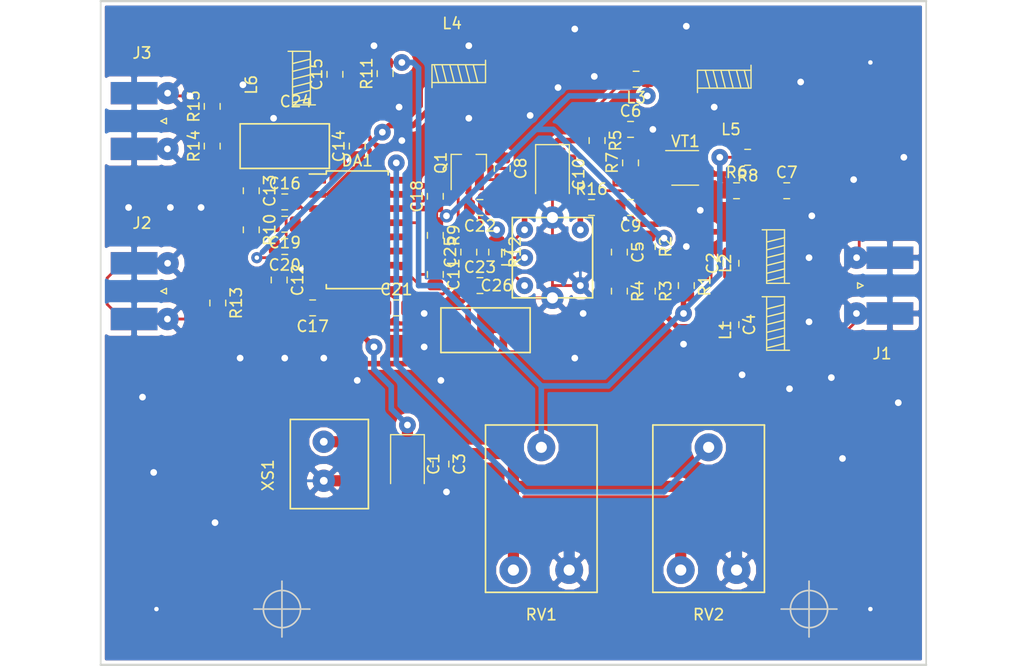
<source format=kicad_pcb>
(kicad_pcb (version 20171130) (host pcbnew 5.0.2-bee76a0~70~ubuntu18.04.1)
  (layers (0 F.Cu signal) (31 B.Cu signal) (34 B.Paste user) (35 F.Paste user) (36 B.SilkS user) (37 F.SilkS user) (38 B.Mask user) (39 F.Mask user) (44 Edge.Cuts user))
  (net 0 "")
  (net 1 GNDPWR)
  (net 2 VCC)
  (net 3 "Net-(C2-Pad1)")
  (net 4 "Net-(C4-Pad2)")
  (net 5 "Net-(C5-Pad2)")
  (net 6 "Net-(C6-Pad1)")
  (net 7 "Net-(C7-Pad1)")
  (net 8 "Net-(C8-Pad2)")
  (net 9 "Net-(C8-Pad1)")
  (net 10 "Net-(C10-Pad1)")
  (net 11 "Net-(C11-Pad1)")
  (net 12 "Net-(C11-Pad2)")
  (net 13 "Net-(C12-Pad1)")
  (net 14 "Net-(C13-Pad2)")
  (net 15 osc_out)
  (net 16 "Net-(C14-Pad2)")
  (net 17 "Net-(C14-Pad1)")
  (net 18 "Net-(C16-Pad2)")
  (net 19 "Net-(C20-Pad1)")
  (net 20 "Net-(C21-Pad1)")
  (net 21 "Net-(C22-Pad1)")
  (net 22 "Net-(C23-Pad2)")
  (net 23 "Net-(C24-Pad3)")
  (net 24 IF_OUT)
  (net 25 "Net-(C25-Pad1)")
  (net 26 "Net-(C26-Pad1)")
  (net 27 "Net-(C26-Pad3)")
  (net 28 "Net-(DA1-Pad6)")
  (net 29 CL_IN)
  (net 30 "Net-(J1-Pad1)")
  (net 31 "Net-(J3-Pad1)")
  (net 32 "Net-(L3-Pad2)")
  (net 33 "Net-(L7-Pad4)")
  (net 34 VT)
  (net 35 "Net-(R1-Pad1)")
  (net 36 "Net-(R5-Pad2)")
  (net 37 "Net-(R8-Pad1)")
  (net 38 "Net-(R11-Pad1)")
  (module tuner_LA1175:SMA_Molex_73251-2120_EdgeMount_Horizontal (layer F.Cu) (at 96.25 45.25)
    (fp_text reference J1 (at -0.705 6.1) (layer F.SilkS))
    (fp_text value Conn_Coaxial)
    (pad 2 smd rect (at -2.54 2.5) (size 0.89 0.46) (layers B.Cu) (net 1 GNDPWR))
    (pad 2 thru_hole circle (at -3 2.5) (size 2 2) (drill 0.6) (layers *.Cu) (net 1 GNDPWR))
    (pad 2 smd rect (at -2.54 2.5) (size 0.89 0.46) (layers F.Cu) (net 1 GNDPWR))
    (pad 2 smd rect (at 0 -2.5) (size 4.19 2) (layers B.Cu B.Paste B.Mask) (net 1 GNDPWR))
    (pad 2 smd rect (at 0 -2.5) (size 4.19 2) (layers F.Cu F.Paste F.Mask) (net 1 GNDPWR))
    (pad 2 smd rect (at 0 2.5) (size 4.19 2) (layers B.Cu B.Paste B.Mask) (net 1 GNDPWR))
    (pad 1 smd rect (at 0 0) (size 4.19 1.78) (layers F.Cu F.Paste F.Mask) (net 30 "Net-(J1-Pad1)"))
    (pad 2 smd rect (at 0 2.5) (size 4.19 2) (layers F.Cu F.Paste F.Mask) (net 1 GNDPWR))
    (pad 2 thru_hole circle (at -2.985 -2.5) (size 2 2) (drill 0.6) (layers *.Cu) (net 1 GNDPWR))
    (pad 2 smd rect (at -2.54 -2.5) (size 0.89 0.46) (layers F.Cu) (net 1 GNDPWR))
    (pad 2 smd rect (at -2.54 -2.5) (size 0.89 0.46) (layers B.Cu) (net 1 GNDPWR))
  )
  (module tuner_LA1175:SMA_Molex_73251-2120_EdgeMount_Horizontal (layer F.Cu) (at 28.5 45.75 180)
    (fp_text reference J2 (at -0.705 6.1 180) (layer F.SilkS))
    (fp_text value Conn_Coaxial)
    (pad 2 smd rect (at -2.54 -2.5 180) (size 0.89 0.46) (layers B.Cu) (net 1 GNDPWR))
    (pad 2 smd rect (at -2.54 -2.5 180) (size 0.89 0.46) (layers F.Cu) (net 1 GNDPWR))
    (pad 2 thru_hole circle (at -2.985 -2.5 180) (size 2 2) (drill 0.6) (layers *.Cu) (net 1 GNDPWR))
    (pad 2 smd rect (at 0 2.5 180) (size 4.19 2) (layers F.Cu F.Paste F.Mask) (net 1 GNDPWR))
    (pad 1 smd rect (at 0 0 180) (size 4.19 1.78) (layers F.Cu F.Paste F.Mask) (net 15 osc_out))
    (pad 2 smd rect (at 0 2.5 180) (size 4.19 2) (layers B.Cu B.Paste B.Mask) (net 1 GNDPWR))
    (pad 2 smd rect (at 0 -2.5 180) (size 4.19 2) (layers F.Cu F.Paste F.Mask) (net 1 GNDPWR))
    (pad 2 smd rect (at 0 -2.5 180) (size 4.19 2) (layers B.Cu B.Paste B.Mask) (net 1 GNDPWR))
    (pad 2 smd rect (at -2.54 2.5 180) (size 0.89 0.46) (layers F.Cu) (net 1 GNDPWR))
    (pad 2 thru_hole circle (at -3 2.5 180) (size 2 2) (drill 0.6) (layers *.Cu) (net 1 GNDPWR))
    (pad 2 smd rect (at -2.54 2.5 180) (size 0.89 0.46) (layers B.Cu) (net 1 GNDPWR))
  )
  (module tuner_LA1175:SMA_Molex_73251-2120_EdgeMount_Horizontal (layer F.Cu) (at 28.5 30.5 180)
    (fp_text reference J3 (at -0.705 6.1 180) (layer F.SilkS))
    (fp_text value Conn_Coaxial)
    (pad 2 smd rect (at -2.54 2.5 180) (size 0.89 0.46) (layers B.Cu) (net 1 GNDPWR))
    (pad 2 thru_hole circle (at -3 2.5 180) (size 2 2) (drill 0.6) (layers *.Cu) (net 1 GNDPWR))
    (pad 2 smd rect (at -2.54 2.5 180) (size 0.89 0.46) (layers F.Cu) (net 1 GNDPWR))
    (pad 2 smd rect (at 0 -2.5 180) (size 4.19 2) (layers B.Cu B.Paste B.Mask) (net 1 GNDPWR))
    (pad 2 smd rect (at 0 -2.5 180) (size 4.19 2) (layers F.Cu F.Paste F.Mask) (net 1 GNDPWR))
    (pad 2 smd rect (at 0 2.5 180) (size 4.19 2) (layers B.Cu B.Paste B.Mask) (net 1 GNDPWR))
    (pad 1 smd rect (at 0 0 180) (size 4.19 1.78) (layers F.Cu F.Paste F.Mask) (net 31 "Net-(J3-Pad1)"))
    (pad 2 smd rect (at 0 2.5 180) (size 4.19 2) (layers F.Cu F.Paste F.Mask) (net 1 GNDPWR))
    (pad 2 thru_hole circle (at -2.985 -2.5 180) (size 2 2) (drill 0.6) (layers *.Cu) (net 1 GNDPWR))
    (pad 2 smd rect (at -2.54 -2.5 180) (size 0.89 0.46) (layers F.Cu) (net 1 GNDPWR))
    (pad 2 smd rect (at -2.54 -2.5 180) (size 0.89 0.46) (layers B.Cu) (net 1 GNDPWR))
  )
  (module Capacitor_Tantalum_SMD:CP_EIA-3528-21_Kemet-B_Pad1.50x2.35mm_HandSolder (layer F.Cu) (at 53 61.25 270)
    (fp_text reference C1 (at 0 -2.35 270) (layer F.SilkS))
    (fp_text value 10mk)
    (pad 2 smd roundrect (at 1.625 0 270) (size 1.5 2.35) (layers F.Cu F.Paste F.Mask) (roundrect_rratio 0.166667) (net 1 GNDPWR))
    (pad 1 smd roundrect (at -1.625 0 270) (size 1.5 2.35) (layers F.Cu F.Paste F.Mask) (roundrect_rratio 0.166667) (net 2 VCC))
  )
  (module Capacitor_SMD:C_0805_2012Metric (layer F.Cu) (at 82 43.25 90)
    (fp_text reference C2 (at 0 -1.65 90) (layer F.SilkS))
    (fp_text value 10)
    (pad 1 smd roundrect (at -0.9375 0 90) (size 0.975 1.4) (layers F.Cu F.Paste F.Mask) (net 3 "Net-(C2-Pad1)"))
    (pad 2 smd roundrect (at 0.9375 0 90) (size 0.975 1.4) (layers F.Cu F.Paste F.Mask) (net 1 GNDPWR))
  )
  (module Capacitor_SMD:C_0805_2012Metric (layer F.Cu) (at 56 61.25 270)
    (fp_text reference C3 (at 0 -1.65 270) (layer F.SilkS))
    (fp_text value 0.1mk)
    (pad 2 smd roundrect (at 0.9375 0 270) (size 0.975 1.4) (layers F.Cu F.Paste F.Mask) (net 1 GNDPWR))
    (pad 1 smd roundrect (at -0.9375 0 270) (size 0.975 1.4) (layers F.Cu F.Paste F.Mask) (net 2 VCC))
  )
  (module Capacitor_SMD:C_0805_2012Metric (layer F.Cu) (at 82 48.75 270)
    (fp_text reference C4 (at 0 -1.65 270) (layer F.SilkS))
    (fp_text value 39)
    (pad 1 smd roundrect (at -0.9375 0 270) (size 0.975 1.4) (layers F.Cu F.Paste F.Mask) (net 3 "Net-(C2-Pad1)"))
    (pad 2 smd roundrect (at 0.9375 0 270) (size 0.975 1.4) (layers F.Cu F.Paste F.Mask) (net 4 "Net-(C4-Pad2)"))
  )
  (module Capacitor_SMD:C_0805_2012Metric (layer F.Cu) (at 72 42.25 270)
    (fp_text reference C5 (at 0 -1.65 270) (layer F.SilkS))
    (fp_text value 1000)
    (pad 2 smd roundrect (at 0.9375 0 270) (size 0.975 1.4) (layers F.Cu F.Paste F.Mask) (net 5 "Net-(C5-Pad2)"))
    (pad 1 smd roundrect (at -0.9375 0 270) (size 0.975 1.4) (layers F.Cu F.Paste F.Mask) (net 4 "Net-(C4-Pad2)"))
  )
  (module Capacitor_SMD:C_0805_2012Metric (layer F.Cu) (at 73 31.25)
    (fp_text reference C6 (at 0 -1.65) (layer F.SilkS))
    (fp_text value 0,022mk)
    (pad 1 smd roundrect (at -0.9375 0) (size 0.975 1.4) (layers F.Cu F.Paste F.Mask) (net 6 "Net-(C6-Pad1)"))
    (pad 2 smd roundrect (at 0.9375 0) (size 0.975 1.4) (layers F.Cu F.Paste F.Mask) (net 1 GNDPWR))
  )
  (module Capacitor_SMD:C_0805_2012Metric (layer F.Cu) (at 87 36.75)
    (fp_text reference C7 (at 0 -1.65) (layer F.SilkS))
    (fp_text value 1000)
    (pad 1 smd roundrect (at -0.9375 0) (size 0.975 1.4) (layers F.Cu F.Paste F.Mask) (net 7 "Net-(C7-Pad1)"))
    (pad 2 smd roundrect (at 0.9375 0) (size 0.975 1.4) (layers F.Cu F.Paste F.Mask) (net 1 GNDPWR))
  )
  (module Capacitor_SMD:C_0805_2012Metric (layer F.Cu) (at 61.5 34.75 270)
    (fp_text reference C8 (at 0 -1.65 270) (layer F.SilkS))
    (fp_text value C)
    (pad 2 smd roundrect (at 0.9375 0 270) (size 0.975 1.4) (layers F.Cu F.Paste F.Mask) (net 8 "Net-(C8-Pad2)"))
    (pad 1 smd roundrect (at -0.9375 0 270) (size 0.975 1.4) (layers F.Cu F.Paste F.Mask) (net 9 "Net-(C8-Pad1)"))
  )
  (module Capacitor_SMD:C_0805_2012Metric (layer F.Cu) (at 73 38.25 180)
    (fp_text reference C9 (at 0 -1.65 180) (layer F.SilkS))
    (fp_text value 0,022mk)
    (pad 2 smd roundrect (at 0.9375 0 180) (size 0.975 1.4) (layers F.Cu F.Paste F.Mask) (net 1 GNDPWR))
    (pad 1 smd roundrect (at -0.9375 0 180) (size 0.975 1.4) (layers F.Cu F.Paste F.Mask) (net 10 "Net-(C10-Pad1)"))
  )
  (module Capacitor_Tantalum_SMD:CP_EIA-3528-21_Kemet-B_Pad1.50x2.35mm_HandSolder (layer F.Cu) (at 66 35.25 270)
    (fp_text reference C10 (at 0 -2.35 270) (layer F.SilkS))
    (fp_text value 22mk)
    (pad 1 smd roundrect (at -1.625 0 270) (size 1.5 2.35) (layers F.Cu F.Paste F.Mask) (roundrect_rratio 0.166667) (net 10 "Net-(C10-Pad1)"))
    (pad 2 smd roundrect (at 1.625 0 270) (size 1.5 2.35) (layers F.Cu F.Paste F.Mask) (roundrect_rratio 0.166667) (net 1 GNDPWR))
  )
  (module Capacitor_SMD:C_0805_2012Metric (layer F.Cu) (at 55.5 44.25 270)
    (fp_text reference C11 (at 0 -1.65 270) (layer F.SilkS))
    (fp_text value C)
    (pad 1 smd roundrect (at -0.9375 0 270) (size 0.975 1.4) (layers F.Cu F.Paste F.Mask) (net 11 "Net-(C11-Pad1)"))
    (pad 2 smd roundrect (at 0.9375 0 270) (size 0.975 1.4) (layers F.Cu F.Paste F.Mask) (net 12 "Net-(C11-Pad2)"))
  )
  (module Capacitor_SMD:C_0805_2012Metric (layer F.Cu) (at 41.5 44.75 270)
    (fp_text reference C12 (at 0 -1.65 270) (layer F.SilkS))
    (fp_text value C)
    (pad 2 smd roundrect (at 0.9375 0 270) (size 0.975 1.4) (layers F.Cu F.Paste F.Mask) (net 1 GNDPWR))
    (pad 1 smd roundrect (at -0.9375 0 270) (size 0.975 1.4) (layers F.Cu F.Paste F.Mask) (net 13 "Net-(C12-Pad1)"))
  )
  (module Capacitor_SMD:C_0805_2012Metric (layer F.Cu) (at 39 36.75 270)
    (fp_text reference C13 (at 0 -1.65 270) (layer F.SilkS))
    (fp_text value 0,001mk)
    (pad 2 smd roundrect (at 0.9375 0 270) (size 0.975 1.4) (layers F.Cu F.Paste F.Mask) (net 14 "Net-(C13-Pad2)"))
    (pad 1 smd roundrect (at -0.9375 0 270) (size 0.975 1.4) (layers F.Cu F.Paste F.Mask) (net 15 osc_out))
  )
  (module Capacitor_SMD:C_0805_2012Metric (layer F.Cu) (at 48.5 32.75 90)
    (fp_text reference C14 (at 0 -1.65 90) (layer F.SilkS))
    (fp_text value 8)
    (pad 2 smd roundrect (at 0.9375 0 90) (size 0.975 1.4) (layers F.Cu F.Paste F.Mask) (net 16 "Net-(C14-Pad2)"))
    (pad 1 smd roundrect (at -0.9375 0 90) (size 0.975 1.4) (layers F.Cu F.Paste F.Mask) (net 17 "Net-(C14-Pad1)"))
  )
  (module Capacitor_SMD:C_0805_2012Metric (layer F.Cu) (at 46.5 26.3125 90)
    (fp_text reference C15 (at 0 -1.65 90) (layer F.SilkS))
    (fp_text value 10)
    (pad 1 smd roundrect (at -0.9375 0 90) (size 0.975 1.4) (layers F.Cu F.Paste F.Mask) (net 16 "Net-(C14-Pad2)"))
    (pad 2 smd roundrect (at 0.9375 0 90) (size 0.975 1.4) (layers F.Cu F.Paste F.Mask) (net 1 GNDPWR))
  )
  (module Capacitor_SMD:C_0805_2012Metric (layer F.Cu) (at 42 37.75)
    (fp_text reference C16 (at 0 -1.65) (layer F.SilkS))
    (fp_text value 18)
    (pad 1 smd roundrect (at -0.9375 0) (size 0.975 1.4) (layers F.Cu F.Paste F.Mask) (net 17 "Net-(C14-Pad1)"))
    (pad 2 smd roundrect (at 0.9375 0) (size 0.975 1.4) (layers F.Cu F.Paste F.Mask) (net 18 "Net-(C16-Pad2)"))
  )
  (module Capacitor_SMD:C_0805_2012Metric (layer F.Cu) (at 44.5 47.25 180)
    (fp_text reference C17 (at 0 -1.65 180) (layer F.SilkS))
    (fp_text value 8)
    (pad 1 smd roundrect (at -0.9375 0 180) (size 0.975 1.4) (layers F.Cu F.Paste F.Mask) (net 18 "Net-(C16-Pad2)"))
    (pad 2 smd roundrect (at 0.9375 0 180) (size 0.975 1.4) (layers F.Cu F.Paste F.Mask) (net 1 GNDPWR))
  )
  (module Capacitor_SMD:C_0805_2012Metric (layer F.Cu) (at 55.5 37.25 90)
    (fp_text reference C18 (at 0 -1.65 90) (layer F.SilkS))
    (fp_text value 0,001mk)
    (pad 2 smd roundrect (at 0.9375 0 90) (size 0.975 1.4) (layers F.Cu F.Paste F.Mask) (net 1 GNDPWR))
    (pad 1 smd roundrect (at -0.9375 0 90) (size 0.975 1.4) (layers F.Cu F.Paste F.Mask) (net 2 VCC))
  )
  (module Capacitor_SMD:C_0805_2012Metric (layer F.Cu) (at 42 39.75 180)
    (fp_text reference C19 (at 0 -1.65 180) (layer F.SilkS))
    (fp_text value 1000)
    (pad 2 smd roundrect (at 0.9375 0 180) (size 0.975 1.4) (layers F.Cu F.Paste F.Mask) (net 1 GNDPWR))
    (pad 1 smd roundrect (at -0.9375 0 180) (size 0.975 1.4) (layers F.Cu F.Paste F.Mask) (net 2 VCC))
  )
  (module Capacitor_SMD:C_0805_2012Metric (layer F.Cu) (at 42 41.75 180)
    (fp_text reference C20 (at 0 -1.65 180) (layer F.SilkS))
    (fp_text value 1000)
    (pad 1 smd roundrect (at -0.9375 0 180) (size 0.975 1.4) (layers F.Cu F.Paste F.Mask) (net 19 "Net-(C20-Pad1)"))
    (pad 2 smd roundrect (at 0.9375 0 180) (size 0.975 1.4) (layers F.Cu F.Paste F.Mask) (net 13 "Net-(C12-Pad1)"))
  )
  (module Capacitor_SMD:C_0805_2012Metric (layer F.Cu) (at 52 47.25)
    (fp_text reference C21 (at 0 -1.65) (layer F.SilkS))
    (fp_text value 0,047mk)
    (pad 1 smd roundrect (at -0.9375 0) (size 0.975 1.4) (layers F.Cu F.Paste F.Mask) (net 20 "Net-(C21-Pad1)"))
    (pad 2 smd roundrect (at 0.9375 0) (size 0.975 1.4) (layers F.Cu F.Paste F.Mask) (net 1 GNDPWR))
  )
  (module Capacitor_SMD:C_0805_2012Metric (layer F.Cu) (at 59.5 38.25 180)
    (fp_text reference C22 (at 0 -1.65 180) (layer F.SilkS))
    (fp_text value 47)
    (pad 2 smd roundrect (at 0.9375 0 180) (size 0.975 1.4) (layers F.Cu F.Paste F.Mask) (net 1 GNDPWR))
    (pad 1 smd roundrect (at -0.9375 0 180) (size 0.975 1.4) (layers F.Cu F.Paste F.Mask) (net 21 "Net-(C22-Pad1)"))
  )
  (module Capacitor_SMD:C_0805_2012Metric (layer F.Cu) (at 59.5 45.25)
    (fp_text reference C23 (at 0 -1.65) (layer F.SilkS))
    (fp_text value 47)
    (pad 2 smd roundrect (at 0.9375 0) (size 0.975 1.4) (layers F.Cu F.Paste F.Mask) (net 22 "Net-(C23-Pad2)"))
    (pad 1 smd roundrect (at -0.9375 0) (size 0.975 1.4) (layers F.Cu F.Paste F.Mask) (net 1 GNDPWR))
  )
  (module tuner_LA1175:sfe10.7 (layer F.Cu) (at 43 32.75 180)
    (fp_text reference C24 (at 0 4 180) (layer F.SilkS))
    (fp_text value EMI_Filter_C)
    (pad 3 smd rect (at 4 0 180) (size 1.5 3) (layers F.Cu F.Paste F.Mask) (net 23 "Net-(C24-Pad3)"))
    (pad 2 smd rect (at 1 0 180) (size 1.5 3) (layers F.Cu F.Paste F.Mask) (net 1 GNDPWR))
    (pad 1 smd rect (at -2 0 180) (size 1.5 3) (layers F.Cu F.Paste F.Mask) (net 24 IF_OUT))
  )
  (module Capacitor_SMD:C_0805_2012Metric (layer F.Cu) (at 58.5 42.25 90)
    (fp_text reference C25 (at 0 -1.65 90) (layer F.SilkS))
    (fp_text value 0,047mk)
    (pad 1 smd roundrect (at -0.9375 0 90) (size 0.975 1.4) (layers F.Cu F.Paste F.Mask) (net 25 "Net-(C25-Pad1)"))
    (pad 2 smd roundrect (at 0.9375 0 90) (size 0.975 1.4) (layers F.Cu F.Paste F.Mask) (net 1 GNDPWR))
  )
  (module tuner_LA1175:sfe10.7 (layer F.Cu) (at 61 49.25 180)
    (fp_text reference C26 (at 0 4 180) (layer F.SilkS))
    (fp_text value EMI_Filter_C)
    (pad 1 smd rect (at -2 0 180) (size 1.5 3) (layers F.Cu F.Paste F.Mask) (net 26 "Net-(C26-Pad1)"))
    (pad 2 smd rect (at 1 0 180) (size 1.5 3) (layers F.Cu F.Paste F.Mask) (net 1 GNDPWR))
    (pad 3 smd rect (at 4 0 180) (size 1.5 3) (layers F.Cu F.Paste F.Mask) (net 27 "Net-(C26-Pad3)"))
  )
  (module Package_SO:SOIC-16W_5.3x10.2mm_P1.27mm (layer F.Cu) (at 48.5 40.25)
    (fp_text reference DA1 (at 0 -6.2) (layer F.SilkS))
    (fp_text value LA1175)
    (pad 1 smd rect (at -3.55 -4.445) (size 1.5 0.6) (layers F.Cu F.Paste F.Mask) (net 15 osc_out))
    (pad 2 smd rect (at -3.55 -3.175) (size 1.5 0.6) (layers F.Cu F.Paste F.Mask) (net 17 "Net-(C14-Pad1)"))
    (pad 3 smd rect (at -3.55 -1.905) (size 1.5 0.6) (layers F.Cu F.Paste F.Mask) (net 18 "Net-(C16-Pad2)"))
    (pad 4 smd rect (at -3.55 -0.635) (size 1.5 0.6) (layers F.Cu F.Paste F.Mask) (net 2 VCC))
    (pad 5 smd rect (at -3.55 0.635) (size 1.5 0.6) (layers F.Cu F.Paste F.Mask) (net 19 "Net-(C20-Pad1)"))
    (pad 6 smd rect (at -3.55 1.905) (size 1.5 0.6) (layers F.Cu F.Paste F.Mask) (net 28 "Net-(DA1-Pad6)"))
    (pad 7 smd rect (at -3.55 3.175) (size 1.5 0.6) (layers F.Cu F.Paste F.Mask) (net 1 GNDPWR))
    (pad 8 smd rect (at -3.55 4.445) (size 1.5 0.6) (layers F.Cu F.Paste F.Mask) (net 22 "Net-(C23-Pad2)"))
    (pad 9 smd rect (at 3.55 4.445) (size 1.5 0.6) (layers F.Cu F.Paste F.Mask) (net 21 "Net-(C22-Pad1)"))
    (pad 10 smd rect (at 3.55 3.175) (size 1.5 0.6) (layers F.Cu F.Paste F.Mask) (net 12 "Net-(C11-Pad2)"))
    (pad 11 smd rect (at 3.55 1.905) (size 1.5 0.6) (layers F.Cu F.Paste F.Mask) (net 20 "Net-(C21-Pad1)"))
    (pad 12 smd rect (at 3.55 0.635) (size 1.5 0.6) (layers F.Cu F.Paste F.Mask) (net 27 "Net-(C26-Pad3)"))
    (pad 13 smd rect (at 3.55 -0.635) (size 1.5 0.6) (layers F.Cu F.Paste F.Mask) (net 10 "Net-(C10-Pad1)"))
    (pad 14 smd rect (at 3.55 -1.905) (size 1.5 0.6) (layers F.Cu F.Paste F.Mask) (net 2 VCC))
    (pad 15 smd rect (at 3.55 -3.175) (size 1.5 0.6) (layers F.Cu F.Paste F.Mask) (net 24 IF_OUT))
    (pad 16 smd rect (at 3.55 -4.445) (size 1.5 0.6) (layers F.Cu F.Paste F.Mask) (net 29 CL_IN))
  )
  (module tuner_LA1175:air_coil (layer F.Cu) (at 86 49.25 90)
    (fp_text reference L1 (at 0 -4.5 90) (layer F.SilkS))
    (fp_text value L)
    (pad 1 smd rect (at -1.8 2.45 90) (size 1 2) (layers F.Cu F.Paste F.Mask) (net 3 "Net-(C2-Pad1)"))
    (pad 2 smd rect (at 3 -2.45 90) (size 1 2) (layers F.Cu F.Paste F.Mask) (net 30 "Net-(J1-Pad1)"))
  )
  (module tuner_LA1175:air_coil (layer F.Cu) (at 86 43.25 90)
    (fp_text reference L2 (at 0 -4.5 90) (layer F.SilkS))
    (fp_text value L)
    (pad 1 smd rect (at -1.8 2.45 90) (size 1 2) (layers F.Cu F.Paste F.Mask) (net 30 "Net-(J1-Pad1)"))
    (pad 2 smd rect (at 3 -2.45 90) (size 1 2) (layers F.Cu F.Paste F.Mask) (net 1 GNDPWR))
  )
  (module Inductor_SMD:L_0805_2012Metric_Pad1.15x1.40mm_HandSolder (layer F.Cu) (at 73.5 26.75 180)
    (fp_text reference L3 (at 0 -1.65 180) (layer F.SilkS))
    (fp_text value L)
    (pad 1 smd roundrect (at -1.025 0 180) (size 1.15 1.4) (layers F.Cu F.Paste F.Mask) (roundrect_rratio 0.217391) (net 2 VCC))
    (pad 2 smd roundrect (at 1.025 0 180) (size 1.15 1.4) (layers F.Cu F.Paste F.Mask) (roundrect_rratio 0.217391) (net 32 "Net-(L3-Pad2)"))
  )
  (module tuner_LA1175:air_coil (layer F.Cu) (at 57 26.25)
    (fp_text reference L4 (at 0 -4.5) (layer F.SilkS))
    (fp_text value L)
    (pad 2 smd rect (at 3 -2.45) (size 1 2) (layers F.Cu F.Paste F.Mask) (net 1 GNDPWR))
    (pad 1 smd rect (at -1.8 2.45) (size 1 2) (layers F.Cu F.Paste F.Mask) (net 13 "Net-(C12-Pad1)"))
  )
  (module tuner_LA1175:air_coil (layer F.Cu) (at 82 26.75 180)
    (fp_text reference L5 (at 0 -4.5 180) (layer F.SilkS))
    (fp_text value L)
    (pad 1 smd rect (at -1.8 2.45 180) (size 1 2) (layers F.Cu F.Paste F.Mask) (net 9 "Net-(C8-Pad1)"))
    (pad 2 smd rect (at 3 -2.45 180) (size 1 2) (layers F.Cu F.Paste F.Mask) (net 1 GNDPWR))
  )
  (module tuner_LA1175:air_coil (layer F.Cu) (at 43.5 27.25 90)
    (fp_text reference L6 (at 0 -4.5 90) (layer F.SilkS))
    (fp_text value L)
    (pad 2 smd rect (at 3 -2.45 90) (size 1 2) (layers F.Cu F.Paste F.Mask) (net 1 GNDPWR))
    (pad 1 smd rect (at -1.8 2.45 90) (size 1 2) (layers F.Cu F.Paste F.Mask) (net 16 "Net-(C14-Pad2)"))
  )
  (module tuner_LA1175:mix_coil (layer F.Cu) (at 66 42.75 270)
    (fp_text reference L7 (at 0 4 270) (layer F.SilkS))
    (fp_text value MIX_contur)
    (pad 1 thru_hole circle (at -2.5 2.5 270) (size 1.524 1.524) (drill 0.6) (layers *.Cu *.Mask) (net 21 "Net-(C22-Pad1)"))
    (pad 2 thru_hole circle (at 0 2.5 270) (size 1.524 1.524) (drill 0.6) (layers *.Cu *.Mask) (net 25 "Net-(C25-Pad1)"))
    (pad 3 thru_hole circle (at 2.5 2.5 270) (size 1.524 1.524) (drill 0.6) (layers *.Cu *.Mask) (net 22 "Net-(C23-Pad2)"))
    (pad 4 thru_hole circle (at -2.5 -2.5 270) (size 1.524 1.524) (drill 0.6) (layers *.Cu *.Mask) (net 33 "Net-(L7-Pad4)"))
    (pad 5 thru_hole circle (at 2.5 -2.5 270) (size 1.524 1.524) (drill 0.6) (layers *.Cu *.Mask) (net 1 GNDPWR))
    (pad 6 thru_hole circle (at -3.6 0 270) (size 2 2) (drill 1) (layers *.Cu *.Mask) (net 1 GNDPWR))
    (pad 7 thru_hole circle (at 3.6 0 270) (size 2 2) (drill 1) (layers *.Cu *.Mask) (net 1 GNDPWR))
  )
  (module Package_TO_SOT_SMD:SOT-23_Handsoldering (layer F.Cu) (at 58.5 34.25 90)
    (fp_text reference Q1 (at 0 -2.5 90) (layer F.SilkS))
    (fp_text value BF545)
    (pad 1 smd rect (at -1.5 -0.95 90) (size 1.9 0.8) (layers F.Cu F.Paste F.Mask) (net 11 "Net-(C11-Pad1)"))
    (pad 2 smd rect (at -1.5 0.95 90) (size 1.9 0.8) (layers F.Cu F.Paste F.Mask) (net 8 "Net-(C8-Pad2)"))
    (pad 3 smd rect (at 1.5 0 90) (size 1.9 0.8) (layers F.Cu F.Paste F.Mask) (net 1 GNDPWR))
  )
  (module Resistor_SMD:R_0805_2012Metric (layer F.Cu) (at 78 45.25 270)
    (fp_text reference R1 (at 0 -1.65 270) (layer F.SilkS))
    (fp_text value 30k)
    (pad 2 smd roundrect (at 0.9375 0 270) (size 0.975 1.4) (layers F.Cu F.Paste F.Mask) (net 34 VT))
    (pad 1 smd roundrect (at -0.9375 0 270) (size 0.975 1.4) (layers F.Cu F.Paste F.Mask) (net 35 "Net-(R1-Pad1)"))
  )
  (module Resistor_SMD:R_0805_2012Metric (layer F.Cu) (at 74.5 41.75 270)
    (fp_text reference R2 (at 0 -1.65 270) (layer F.SilkS))
    (fp_text value 62k)
    (pad 1 smd roundrect (at -0.9375 0 270) (size 0.975 1.4) (layers F.Cu F.Paste F.Mask) (net 2 VCC))
    (pad 2 smd roundrect (at 0.9375 0 270) (size 0.975 1.4) (layers F.Cu F.Paste F.Mask) (net 4 "Net-(C4-Pad2)"))
  )
  (module Resistor_SMD:R_0805_2012Metric (layer F.Cu) (at 74.5 45.75 270)
    (fp_text reference R3 (at 0 -1.65 270) (layer F.SilkS))
    (fp_text value 100k)
    (pad 2 smd roundrect (at 0.9375 0 270) (size 0.975 1.4) (layers F.Cu F.Paste F.Mask) (net 1 GNDPWR))
    (pad 1 smd roundrect (at -0.9375 0 270) (size 0.975 1.4) (layers F.Cu F.Paste F.Mask) (net 4 "Net-(C4-Pad2)"))
  )
  (module Resistor_SMD:R_0805_2012Metric (layer F.Cu) (at 72 45.75 270)
    (fp_text reference R4 (at 0 -1.65 270) (layer F.SilkS))
    (fp_text value 100)
    (pad 2 smd roundrect (at 0.9375 0 270) (size 0.975 1.4) (layers F.Cu F.Paste F.Mask) (net 1 GNDPWR))
    (pad 1 smd roundrect (at -0.9375 0 270) (size 0.975 1.4) (layers F.Cu F.Paste F.Mask) (net 5 "Net-(C5-Pad2)"))
  )
  (module Resistor_SMD:R_0805_2012Metric (layer F.Cu) (at 70 32.25 270)
    (fp_text reference R5 (at 0 -1.65 270) (layer F.SilkS))
    (fp_text value R)
    (pad 2 smd roundrect (at 0.9375 0 270) (size 0.975 1.4) (layers F.Cu F.Paste F.Mask) (net 36 "Net-(R5-Pad2)"))
    (pad 1 smd roundrect (at -0.9375 0 270) (size 0.975 1.4) (layers F.Cu F.Paste F.Mask) (net 32 "Net-(L3-Pad2)"))
  )
  (module Resistor_SMD:R_0805_2012Metric (layer F.Cu) (at 82.5 36.75)
    (fp_text reference R6 (at 0 -1.65) (layer F.SilkS))
    (fp_text value 220)
    (pad 2 smd roundrect (at 0.9375 0) (size 0.975 1.4) (layers F.Cu F.Paste F.Mask) (net 1 GNDPWR))
    (pad 1 smd roundrect (at -0.9375 0) (size 0.975 1.4) (layers F.Cu F.Paste F.Mask) (net 7 "Net-(C7-Pad1)"))
  )
  (module Resistor_SMD:R_0805_2012Metric (layer F.Cu) (at 73 34.25 90)
    (fp_text reference R7 (at 0 -1.65 90) (layer F.SilkS))
    (fp_text value 100k)
    (pad 2 smd roundrect (at 0.9375 0 90) (size 0.975 1.4) (layers F.Cu F.Paste F.Mask) (net 10 "Net-(C10-Pad1)"))
    (pad 1 smd roundrect (at -0.9375 0 90) (size 0.975 1.4) (layers F.Cu F.Paste F.Mask) (net 6 "Net-(C6-Pad1)"))
  )
  (module Resistor_SMD:R_0805_2012Metric (layer F.Cu) (at 83.5 33.75 180)
    (fp_text reference R8 (at 0 -1.65 180) (layer F.SilkS))
    (fp_text value 30k)
    (pad 1 smd roundrect (at -0.9375 0 180) (size 0.975 1.4) (layers F.Cu F.Paste F.Mask) (net 37 "Net-(R8-Pad1)"))
    (pad 2 smd roundrect (at 0.9375 0 180) (size 0.975 1.4) (layers F.Cu F.Paste F.Mask) (net 34 VT))
  )
  (module Resistor_SMD:R_0805_2012Metric (layer F.Cu) (at 55.5 40.75 270)
    (fp_text reference R9 (at 0 -1.65 270) (layer F.SilkS))
    (fp_text value R)
    (pad 2 smd roundrect (at 0.9375 0 270) (size 0.975 1.4) (layers F.Cu F.Paste F.Mask) (net 11 "Net-(C11-Pad1)"))
    (pad 1 smd roundrect (at -0.9375 0 270) (size 0.975 1.4) (layers F.Cu F.Paste F.Mask) (net 2 VCC))
  )
  (module Resistor_SMD:R_0805_2012Metric (layer F.Cu) (at 39 40.25 270)
    (fp_text reference R10 (at 0 -1.65 270) (layer F.SilkS))
    (fp_text value 1k)
    (pad 1 smd roundrect (at -0.9375 0 270) (size 0.975 1.4) (layers F.Cu F.Paste F.Mask) (net 14 "Net-(C13-Pad2)"))
    (pad 2 smd roundrect (at 0.9375 0 270) (size 0.975 1.4) (layers F.Cu F.Paste F.Mask) (net 1 GNDPWR))
  )
  (module Resistor_SMD:R_0805_2012Metric (layer F.Cu) (at 51 26.25 90)
    (fp_text reference R11 (at 0 -1.65 90) (layer F.SilkS))
    (fp_text value 30k)
    (pad 1 smd roundrect (at -0.9375 0 90) (size 0.975 1.4) (layers F.Cu F.Paste F.Mask) (net 38 "Net-(R11-Pad1)"))
    (pad 2 smd roundrect (at 0.9375 0 90) (size 0.975 1.4) (layers F.Cu F.Paste F.Mask) (net 34 VT))
  )
  (module Resistor_SMD:R_0805_2012Metric (layer F.Cu) (at 61 42.25 270)
    (fp_text reference R12 (at 0 -1.65 270) (layer F.SilkS))
    (fp_text value 100)
    (pad 1 smd roundrect (at -0.9375 0 270) (size 0.975 1.4) (layers F.Cu F.Paste F.Mask) (net 2 VCC))
    (pad 2 smd roundrect (at 0.9375 0 270) (size 0.975 1.4) (layers F.Cu F.Paste F.Mask) (net 25 "Net-(C25-Pad1)"))
  )
  (module Resistor_SMD:R_0805_2012Metric (layer F.Cu) (at 36 46.8125 270)
    (fp_text reference R13 (at 0 -1.65 270) (layer F.SilkS))
    (fp_text value 50)
    (pad 1 smd roundrect (at -0.9375 0 270) (size 0.975 1.4) (layers F.Cu F.Paste F.Mask) (net 15 osc_out))
    (pad 2 smd roundrect (at 0.9375 0 270) (size 0.975 1.4) (layers F.Cu F.Paste F.Mask) (net 1 GNDPWR))
  )
  (module Resistor_SMD:R_0805_2012Metric (layer F.Cu) (at 35.5 32.75 90)
    (fp_text reference R14 (at 0 -1.65 90) (layer F.SilkS))
    (fp_text value 300)
    (pad 1 smd roundrect (at -0.9375 0 90) (size 0.975 1.4) (layers F.Cu F.Paste F.Mask) (net 23 "Net-(C24-Pad3)"))
    (pad 2 smd roundrect (at 0.9375 0 90) (size 0.975 1.4) (layers F.Cu F.Paste F.Mask) (net 31 "Net-(J3-Pad1)"))
  )
  (module Resistor_SMD:R_0805_2012Metric (layer F.Cu) (at 35.5 29.1875 90)
    (fp_text reference R15 (at 0 -1.65 90) (layer F.SilkS))
    (fp_text value 50)
    (pad 1 smd roundrect (at -0.9375 0 90) (size 0.975 1.4) (layers F.Cu F.Paste F.Mask) (net 31 "Net-(J3-Pad1)"))
    (pad 2 smd roundrect (at 0.9375 0 90) (size 0.975 1.4) (layers F.Cu F.Paste F.Mask) (net 1 GNDPWR))
  )
  (module Resistor_SMD:R_0805_2012Metric (layer F.Cu) (at 69.5 38.25)
    (fp_text reference R16 (at 0 -1.65) (layer F.SilkS))
    (fp_text value 300)
    (pad 2 smd roundrect (at 0.9375 0) (size 0.975 1.4) (layers F.Cu F.Paste F.Mask) (net 26 "Net-(C26-Pad1)"))
    (pad 1 smd roundrect (at -0.9375 0) (size 0.975 1.4) (layers F.Cu F.Paste F.Mask) (net 33 "Net-(L7-Pad4)"))
  )
  (module tuner_LA1175:sp3--33B (layer F.Cu) (at 65 70.75)
    (fp_text reference RV1 (at 0 4) (layer F.SilkS))
    (fp_text value 33k)
    (pad 1 thru_hole circle (at -2.5 0) (size 2.5 2.5) (drill 1) (layers *.Cu *.Mask) (net 2 VCC))
    (pad 2 thru_hole circle (at 0 -11) (size 2.5 2.5) (drill 1) (layers *.Cu *.Mask) (net 34 VT))
    (pad 3 thru_hole circle (at 2.5 0) (size 2.5 2.5) (drill 1) (layers *.Cu *.Mask) (net 1 GNDPWR))
  )
  (module tuner_LA1175:sp3--33B (layer F.Cu) (at 80 70.75)
    (fp_text reference RV2 (at 0 4) (layer F.SilkS))
    (fp_text value 33k)
    (pad 3 thru_hole circle (at 2.5 0) (size 2.5 2.5) (drill 1) (layers *.Cu *.Mask) (net 1 GNDPWR))
    (pad 2 thru_hole circle (at 0 -11) (size 2.5 2.5) (drill 1) (layers *.Cu *.Mask) (net 29 CL_IN))
    (pad 1 thru_hole circle (at -2.5 0) (size 2.5 2.5) (drill 1) (layers *.Cu *.Mask) (net 2 VCC))
  )
  (module tuner_LA1175:SOD-323 (layer F.Cu) (at 80 45.75 270)
    (fp_text reference VD1)
    (fp_text value BB135)
    (pad 2 smd rect (at 1.3208 0 270) (size 0.762 0.6858) (layers F.Cu F.Paste F.Mask) (net 3 "Net-(C2-Pad1)"))
    (pad 1 smd rect (at -1.3208 0 270) (size 0.762 0.6858) (layers F.Cu F.Paste F.Mask) (net 35 "Net-(R1-Pad1)"))
  )
  (module tuner_LA1175:SOD-323 (layer F.Cu) (at 80 41.75 90)
    (fp_text reference VD2)
    (fp_text value BB135)
    (pad 1 smd rect (at -1.3208 0 90) (size 0.762 0.6858) (layers F.Cu F.Paste F.Mask) (net 35 "Net-(R1-Pad1)"))
    (pad 2 smd rect (at 1.3208 0 90) (size 0.762 0.6858) (layers F.Cu F.Paste F.Mask) (net 1 GNDPWR))
  )
  (module tuner_LA1175:SOD-323 (layer F.Cu) (at 80.855369 31.534239 180)
    (fp_text reference VD3)
    (fp_text value BB135)
    (pad 2 smd rect (at 1.3208 0 180) (size 0.762 0.6858) (layers F.Cu F.Paste F.Mask) (net 13 "Net-(C12-Pad1)"))
    (pad 1 smd rect (at -1.3208 0 180) (size 0.762 0.6858) (layers F.Cu F.Paste F.Mask) (net 37 "Net-(R8-Pad1)"))
  )
  (module tuner_LA1175:SOD-323 (layer F.Cu) (at 84.855369 31.534239)
    (fp_text reference VD4)
    (fp_text value BB135)
    (pad 1 smd rect (at -1.3208 0) (size 0.762 0.6858) (layers F.Cu F.Paste F.Mask) (net 37 "Net-(R8-Pad1)"))
    (pad 2 smd rect (at 1.3208 0) (size 0.762 0.6858) (layers F.Cu F.Paste F.Mask) (net 9 "Net-(C8-Pad1)"))
  )
  (module tuner_LA1175:SOD-323 (layer F.Cu) (at 48.5 29.25 270)
    (fp_text reference VD5)
    (fp_text value BB135)
    (pad 2 smd rect (at 1.3208 0 270) (size 0.762 0.6858) (layers F.Cu F.Paste F.Mask) (net 16 "Net-(C14-Pad2)"))
    (pad 1 smd rect (at -1.3208 0 270) (size 0.762 0.6858) (layers F.Cu F.Paste F.Mask) (net 38 "Net-(R11-Pad1)"))
  )
  (module tuner_LA1175:SOD-323 (layer F.Cu) (at 48.5 25.25 90)
    (fp_text reference VD6)
    (fp_text value BB135)
    (pad 1 smd rect (at -1.3208 0 90) (size 0.762 0.6858) (layers F.Cu F.Paste F.Mask) (net 38 "Net-(R11-Pad1)"))
    (pad 2 smd rect (at 1.3208 0 90) (size 0.762 0.6858) (layers F.Cu F.Paste F.Mask) (net 1 GNDPWR))
  )
  (module Package_TO_SOT_SMD:SOT-143 (layer F.Cu) (at 77.9 34.7)
    (fp_text reference VT1 (at 0.02 -2.38) (layer F.SilkS))
    (fp_text value BF998)
    (pad 1 smd rect (at -1.1 -0.77 270) (size 1.2 1.4) (layers F.Cu F.Paste F.Mask) (net 7 "Net-(C7-Pad1)"))
    (pad 2 smd rect (at -1.1 0.95 270) (size 1 1.4) (layers F.Cu F.Paste F.Mask) (net 36 "Net-(R5-Pad2)"))
    (pad 3 smd rect (at 1.1 0.95 270) (size 1 1.4) (layers F.Cu F.Paste F.Mask) (net 4 "Net-(C4-Pad2)"))
    (pad 4 smd rect (at 1.1 -0.95 270) (size 1 1.4) (layers F.Cu F.Paste F.Mask) (net 6 "Net-(C6-Pad1)"))
  )
  (module tuner_LA1175:conn_pwr (layer F.Cu) (at 45.5 59.25 270)
    (fp_text reference XS1 (at 3 5 270) (layer F.SilkS))
    (fp_text value connPwr)
    (pad 1 thru_hole circle (at 0 0 270) (size 2 2) (drill 0.7) (layers *.Cu *.Mask) (net 2 VCC))
    (pad 2 thru_hole circle (at 3.5 0 270) (size 2 2) (drill 0.7) (layers *.Cu *.Mask) (net 1 GNDPWR))
  )
  (target plus (at 89 74.25) (size 5) (width 0.15) (layer Edge.Cuts))
  (target plus (at 41.75 74.25) (size 5) (width 0.15) (layer Edge.Cuts))
  (gr_line (start 25.5 79.25) (end 25.5 19.75) (layer Edge.Cuts) (width 0.15))
  (gr_line (start 99.5 79.25) (end 99.5 19.75) (layer Edge.Cuts) (width 0.15))
  (gr_line (start 25.5 79.25) (end 99.5 79.25) (layer Edge.Cuts) (width 0.2))
  (gr_line (start 25.5 19.75) (end 99.5 19.75) (layer Edge.Cuts) (width 0.2))
  (segment (start 48.1792 24.25) (end 48.5 23.9292) (width 0.25) (layer F.Cu) (net 1))
  (segment (start 46.5 25.375) (end 46.5 24.7875) (width 0.25) (layer F.Cu) (net 1))
  (segment (start 46.5 24.7875) (end 46.5 24.25) (width 0.25) (layer F.Cu) (net 1))
  (segment (start 41.05 24.25) (end 46.5 24.25) (width 0.25) (layer F.Cu) (net 1))
  (segment (start 46.5 24.25) (end 48.1792 24.25) (width 0.25) (layer F.Cu) (net 1))
  (segment (start 42 45.6875) (end 41.5 45.6875) (width 0.25) (layer F.Cu) (net 1))
  (segment (start 43.5625 47.25) (end 42 45.6875) (width 0.25) (layer F.Cu) (net 1))
  (segment (start 41.5 45.6875) (end 39.5625 45.6875) (width 0.25) (layer F.Cu) (net 1))
  (segment (start 36 47.75) (end 37.5 47.75) (width 0.25) (layer F.Cu) (net 1))
  (segment (start 35.6 47.75) (end 36 47.75) (width 0.25) (layer F.Cu) (net 1))
  (segment (start 41.05 24.25) (end 34.84 24.25) (width 0.25) (layer F.Cu) (net 1))
  (segment (start 35.5 25.91) (end 34.34 24.75) (width 0.25) (layer F.Cu) (net 1))
  (segment (start 35.5 28.25) (end 35.5 25.91) (width 0.25) (layer F.Cu) (net 1))
  (segment (start 34.84 24.25) (end 34.34 24.75) (width 0.25) (layer F.Cu) (net 1))
  (segment (start 87.9375 37.0275) (end 87.9375 36.75) (width 0.25) (layer F.Cu) (net 1))
  (segment (start 83.55 36.8625) (end 83.4375 36.75) (width 0.25) (layer F.Cu) (net 1))
  (segment (start 83.55 40.25) (end 83.55 36.8625) (width 0.25) (layer F.Cu) (net 1))
  (segment (start 83.3708 40.4292) (end 83.55 40.25) (width 0.25) (layer F.Cu) (net 1))
  (segment (start 82 42.3125) (end 82 40.4292) (width 0.25) (layer F.Cu) (net 1))
  (segment (start 80 40.4292) (end 82 40.4292) (width 0.25) (layer F.Cu) (net 1))
  (segment (start 82 40.4292) (end 83.3708 40.4292) (width 0.25) (layer F.Cu) (net 1))
  (segment (start 60 23.8) (end 58.55 23.8) (width 0.25) (layer F.Cu) (net 1))
  (via (at 58.5 23.75) (size 1.5) (drill 0.6) (layers F.Cu B.Cu) (net 1))
  (segment (start 58.55 23.8) (end 58.5 23.75) (width 0.25) (layer F.Cu) (net 1))
  (segment (start 58.5 23.75) (end 50 23.75) (width 0.25) (layer B.Cu) (net 1))
  (via (at 50 23.75) (size 1.5) (drill 0.6) (layers F.Cu B.Cu) (net 1))
  (segment (start 48.6792 23.75) (end 48.5 23.9292) (width 0.25) (layer F.Cu) (net 1))
  (segment (start 50 23.75) (end 48.6792 23.75) (width 0.25) (layer F.Cu) (net 1))
  (segment (start 40.4375 39.75) (end 39 41.1875) (width 0.25) (layer F.Cu) (net 1))
  (segment (start 41.0625 39.75) (end 40.4375 39.75) (width 0.25) (layer F.Cu) (net 1))
  (segment (start 52.875 62.75) (end 53 62.875) (width 0.25) (layer F.Cu) (net 1))
  (segment (start 45.5 62.75) (end 52.875 62.75) (width 1) (layer F.Cu) (net 1))
  (segment (start 55.3125 62.875) (end 56 62.1875) (width 0.25) (layer F.Cu) (net 1))
  (segment (start 53 62.875) (end 55.3125 62.875) (width 1) (layer F.Cu) (net 1))
  (segment (start 56 62.775) (end 56.5 63.275) (width 1) (layer F.Cu) (net 1))
  (segment (start 56 62.1875) (end 56 62.775) (width 0.25) (layer F.Cu) (net 1))
  (via (at 56.5 63.75) (size 1.5) (drill 0.6) (layers F.Cu B.Cu) (net 1))
  (segment (start 56.5 63.275) (end 56.5 63.75) (width 0.25) (layer F.Cu) (net 1))
  (segment (start 56.5 63.75) (end 58.5 65.75) (width 1) (layer B.Cu) (net 1))
  (segment (start 67.5 68.982234) (end 67.5 65.75) (width 1) (layer B.Cu) (net 1))
  (segment (start 67.5 70.75) (end 67.5 68.982234) (width 1) (layer B.Cu) (net 1))
  (segment (start 58.5 65.75) (end 67.5 65.75) (width 1) (layer B.Cu) (net 1))
  (segment (start 42 32) (end 41 31) (width 0.25) (layer F.Cu) (net 1))
  (segment (start 42 32.75) (end 42 32) (width 0.25) (layer F.Cu) (net 1))
  (via (at 41 30.25) (size 1.5) (drill 0.6) (layers F.Cu B.Cu) (net 1))
  (segment (start 41 31) (end 41 30.25) (width 0.25) (layer F.Cu) (net 1))
  (segment (start 35.5 28.25) (end 33.5 28.25) (width 0.25) (layer F.Cu) (net 1))
  (via (at 33.5 28.25) (size 1.5) (drill 0.6) (layers F.Cu B.Cu) (net 1))
  (segment (start 37 62.75) (end 45.5 62.75) (width 0.25) (layer B.Cu) (net 1))
  (segment (start 33.22 58.97) (end 37 62.75) (width 0.25) (layer B.Cu) (net 1))
  (segment (start 41 30.25) (end 33.5 30.25) (width 0.25) (layer B.Cu) (net 1))
  (segment (start 33.5 28.25) (end 33.5 30.25) (width 0.25) (layer B.Cu) (net 1))
  (segment (start 72 46.6875) (end 74.5 46.6875) (width 0.25) (layer F.Cu) (net 1))
  (segment (start 44.95 43.425) (end 43.825 43.425) (width 0.25) (layer F.Cu) (net 1))
  (via (at 43.5 43.75) (size 1) (drill 0.4) (layers F.Cu B.Cu) (net 1))
  (segment (start 43.825 43.425) (end 43.5 43.75) (width 0.25) (layer F.Cu) (net 1))
  (segment (start 33.5 53.75) (end 33.22 53.75) (width 0.25) (layer B.Cu) (net 1))
  (segment (start 43.5 43.75) (end 33.5 53.75) (width 0.25) (layer B.Cu) (net 1))
  (segment (start 33.22 53.75) (end 33.22 58.97) (width 0.25) (layer B.Cu) (net 1))
  (segment (start 52.9375 47.25) (end 53.493737 46.693763) (width 0.25) (layer F.Cu) (net 1))
  (segment (start 57.118737 46.693763) (end 58.5625 45.25) (width 0.25) (layer F.Cu) (net 1))
  (segment (start 55.5 36.3125) (end 55.5 32.75) (width 0.25) (layer F.Cu) (net 1))
  (segment (start 55.5 32.75) (end 58.5 32.75) (width 0.25) (layer F.Cu) (net 1))
  (segment (start 60 49.25) (end 60 50) (width 0.25) (layer F.Cu) (net 1))
  (via (at 48.5 53.75) (size 1.5) (drill 0.6) (layers F.Cu B.Cu) (net 1))
  (segment (start 49.5 53.75) (end 32 53.75) (width 0.25) (layer B.Cu) (net 1))
  (segment (start 66.5 38.65) (end 66 39.15) (width 0.25) (layer F.Cu) (net 1))
  (segment (start 68.5 45.25) (end 66 45.25) (width 0.25) (layer F.Cu) (net 1))
  (segment (start 66 39.15) (end 66 45.25) (width 0.25) (layer F.Cu) (net 1))
  (segment (start 66 45.25) (end 66 46.35) (width 0.25) (layer F.Cu) (net 1))
  (segment (start 64.4 46.35) (end 66 46.35) (width 0.25) (layer F.Cu) (net 1))
  (segment (start 64 46.75) (end 64.4 46.35) (width 0.25) (layer F.Cu) (net 1))
  (segment (start 61.75 46.75) (end 64 46.75) (width 0.25) (layer F.Cu) (net 1))
  (segment (start 60 49.25) (end 60 48.5) (width 0.25) (layer F.Cu) (net 1))
  (segment (start 60 48.5) (end 61.75 46.75) (width 0.25) (layer F.Cu) (net 1))
  (segment (start 92.264999 41.354999) (end 91.78 40.87) (width 0.25) (layer B.Cu) (net 1))
  (segment (start 92.264999 49.145001) (end 92.264999 41.354999) (width 0.25) (layer B.Cu) (net 1))
  (segment (start 91.78 49.63) (end 92.264999 49.145001) (width 0.25) (layer B.Cu) (net 1))
  (segment (start 80.5 56.25) (end 92 56.25) (width 0.25) (layer F.Cu) (net 1))
  (segment (start 72 46.6875) (end 72 47.75) (width 0.25) (layer F.Cu) (net 1))
  (segment (start 72 47.75) (end 80.5 56.25) (width 0.25) (layer F.Cu) (net 1))
  (via (at 92 60.75) (size 1.5) (drill 0.6) (layers F.Cu B.Cu) (net 1))
  (segment (start 92 60.75) (end 92 56.25) (width 0.25) (layer F.Cu) (net 1))
  (segment (start 82.5 65.75) (end 82.5 70.75) (width 1) (layer B.Cu) (net 1))
  (segment (start 67.5 65.75) (end 82.5 65.75) (width 1) (layer B.Cu) (net 1))
  (segment (start 92 65.75) (end 82.5 65.75) (width 1) (layer B.Cu) (net 1))
  (segment (start 92 60.75) (end 92 65.75) (width 1) (layer B.Cu) (net 1))
  (segment (start 84.4375 40.25) (end 83.55 40.25) (width 0.25) (layer F.Cu) (net 1))
  (segment (start 84.17 40.87) (end 83.55 40.25) (width 0.25) (layer F.Cu) (net 1))
  (segment (start 91.78 40.87) (end 88 40.87) (width 0.25) (layer F.Cu) (net 1))
  (segment (start 87.9375 40.8075) (end 88 40.87) (width 0.25) (layer F.Cu) (net 1))
  (segment (start 87.9375 36.75) (end 87.9375 40.8075) (width 0.25) (layer F.Cu) (net 1))
  (segment (start 88 40.87) (end 84.17 40.87) (width 0.25) (layer F.Cu) (net 1))
  (segment (start 66 39.15) (end 66 36.875) (width 0.25) (layer F.Cu) (net 1))
  (segment (start 58.5625 32.8125) (end 58.5 32.75) (width 0.25) (layer F.Cu) (net 1))
  (segment (start 58.5625 39.25) (end 58.5625 32.8125) (width 0.25) (layer F.Cu) (net 1))
  (segment (start 60 49.25) (end 60 53.75) (width 0.25) (layer F.Cu) (net 1))
  (segment (start 60 53.75) (end 56.25 53.75) (width 0.25) (layer F.Cu) (net 1))
  (via (at 54.5 47.75) (size 1.5) (drill 0.6) (layers F.Cu B.Cu) (net 1))
  (segment (start 54.5 46.693763) (end 54.5 47.75) (width 0.25) (layer F.Cu) (net 1))
  (segment (start 54.5 46.693763) (end 57.118737 46.693763) (width 0.25) (layer F.Cu) (net 1))
  (segment (start 53.493737 46.693763) (end 54.5 46.693763) (width 0.25) (layer F.Cu) (net 1))
  (segment (start 54.5 47.75) (end 54.5 50.75) (width 0.25) (layer B.Cu) (net 1))
  (via (at 56 53.75) (size 1.5) (drill 0.6) (layers F.Cu B.Cu) (net 1))
  (segment (start 56.25 53.75) (end 56 53.75) (width 0.25) (layer F.Cu) (net 1))
  (segment (start 54.5 52.25) (end 56 53.75) (width 0.25) (layer B.Cu) (net 1))
  (segment (start 54.5 53.75) (end 49.5 53.75) (width 0.25) (layer F.Cu) (net 1))
  (segment (start 54.5 53.75) (end 56 53.75) (width 0.25) (layer F.Cu) (net 1))
  (segment (start 79 29.2) (end 79.95 29.2) (width 0.25) (layer F.Cu) (net 1))
  (via (at 80.5 29.25) (size 1.5) (drill 0.6) (layers F.Cu B.Cu) (net 1))
  (segment (start 79.95 29.2) (end 80 29.25) (width 0.25) (layer F.Cu) (net 1))
  (segment (start 73.9375 31.25) (end 75 31.25) (width 0.25) (layer F.Cu) (net 1))
  (via (at 75 31.25) (size 1.5) (drill 0.6) (layers F.Cu B.Cu) (net 1))
  (segment (start 80 31.25) (end 80 29.25) (width 0.25) (layer B.Cu) (net 1))
  (segment (start 75 31.25) (end 80 31.25) (width 0.25) (layer B.Cu) (net 1))
  (segment (start 80 31.25) (end 92 31.25) (width 0.25) (layer B.Cu) (net 1))
  (segment (start 95.22 34.47) (end 95.22 40.87) (width 0.25) (layer B.Cu) (net 1))
  (segment (start 92 31.25) (end 95.22 34.47) (width 0.25) (layer B.Cu) (net 1))
  (segment (start 55.5 32.75) (end 53 32.75) (width 0.25) (layer F.Cu) (net 1))
  (via (at 52.5 32.25) (size 1.5) (drill 0.6) (layers F.Cu B.Cu) (net 1))
  (segment (start 53 32.75) (end 52.5 32.25) (width 0.25) (layer F.Cu) (net 1))
  (segment (start 50.5 30.25) (end 41 30.25) (width 0.25) (layer B.Cu) (net 1))
  (via (at 72.5 39.25) (size 0.8) (drill 0.4) (layers F.Cu B.Cu) (net 1))
  (segment (start 72.0625 38.25) (end 72.0625 38.8125) (width 0.25) (layer F.Cu) (net 1))
  (segment (start 72.0625 38.8125) (end 72.5 39.25) (width 0.25) (layer F.Cu) (net 1))
  (segment (start 68.5 43.25) (end 68.5 45.25) (width 0.25) (layer B.Cu) (net 1))
  (segment (start 72.5 39.25) (end 68.5 43.25) (width 0.25) (layer B.Cu) (net 1))
  (segment (start 58.5 39.3125) (end 58.5 41.3125) (width 0.25) (layer F.Cu) (net 1))
  (segment (start 58.5625 39.25) (end 58.5 39.3125) (width 0.25) (layer F.Cu) (net 1))
  (segment (start 39 41.1875) (end 38 42.1875) (width 0.25) (layer F.Cu) (net 1))
  (segment (start 38 44.25) (end 39.5 45.75) (width 0.25) (layer F.Cu) (net 1))
  (segment (start 38 42.1875) (end 38 44.25) (width 0.25) (layer F.Cu) (net 1))
  (segment (start 37.5 47.75) (end 39.5 45.75) (width 0.25) (layer F.Cu) (net 1))
  (segment (start 39.5 45.75) (end 39.5625 45.6875) (width 0.25) (layer F.Cu) (net 1))
  (via (at 69.75 26.5) (size 1.5) (drill 0.6) (layers F.Cu B.Cu) (net 1))
  (via (at 64 30) (size 1.5) (drill 0.6) (layers F.Cu B.Cu) (net 1))
  (via (at 66.5 27.5) (size 1.5) (drill 0.6) (layers F.Cu B.Cu) (net 1))
  (segment (start 54.5 50.75) (end 54.5 52.25) (width 0.25) (layer B.Cu) (net 1))
  (via (at 54.5 50.75) (size 1.5) (drill 0.6) (layers F.Cu B.Cu) (net 1))
  (segment (start 64 29.75) (end 66.5 27.25) (width 0.25) (layer F.Cu) (net 1))
  (segment (start 68 27.25) (end 68.5 26.75) (width 0.25) (layer F.Cu) (net 1))
  (segment (start 66.5 27.25) (end 68 27.25) (width 0.25) (layer F.Cu) (net 1))
  (via (at 28 38.25) (size 1.5) (drill 0.6) (layers F.Cu B.Cu) (net 1))
  (via (at 31.75 38.25) (size 1.5) (drill 0.6) (layers F.Cu B.Cu) (net 1))
  (via (at 34.5 38.25) (size 1.5) (drill 0.6) (layers F.Cu B.Cu) (net 1))
  (via (at 38 51.75) (size 1.5) (drill 0.6) (layers F.Cu B.Cu) (net 1))
  (via (at 42 51.75) (size 1.5) (drill 0.6) (layers F.Cu B.Cu) (net 1))
  (via (at 45.5 51.75) (size 1.5) (drill 0.6) (layers F.Cu B.Cu) (net 1))
  (via (at 68 51.75) (size 1.5) (drill 0.6) (layers F.Cu B.Cu) (net 1))
  (via (at 77.75 50.5) (size 1.5) (drill 0.6) (layers F.Cu B.Cu) (net 1))
  (via (at 83 53.25) (size 1.5) (drill 0.6) (layers F.Cu B.Cu) (net 1))
  (via (at 91 53.5) (size 1.5) (drill 0.6) (layers F.Cu B.Cu) (net 1))
  (via (at 78 41.75) (size 1.5) (drill 0.6) (layers F.Cu B.Cu) (net 1))
  (via (at 79.25 38.5) (size 1.5) (drill 0.6) (layers F.Cu B.Cu) (net 1))
  (via (at 89.25 39) (size 1.5) (drill 0.6) (layers F.Cu B.Cu) (net 1))
  (via (at 89 42.75) (size 1.5) (drill 0.6) (layers F.Cu B.Cu) (net 1))
  (via (at 89 48.5) (size 1.5) (drill 0.6) (layers F.Cu B.Cu) (net 1))
  (via (at 93 35.75) (size 1.5) (drill 0.6) (layers F.Cu B.Cu) (net 1))
  (via (at 97.5 33.75) (size 1.5) (drill 0.6) (layers F.Cu B.Cu) (net 1))
  (via (at 97 55.75) (size 1.5) (drill 0.6) (layers F.Cu B.Cu) (net 1))
  (via (at 87.25 54.5) (size 1.5) (drill 0.6) (layers F.Cu B.Cu) (net 1))
  (via (at 88.25 27) (size 1.5) (drill 0.6) (layers F.Cu B.Cu) (net 1))
  (via (at 68 22.25) (size 1.5) (drill 0.6) (layers F.Cu B.Cu) (net 1))
  (via (at 78 22) (size 1.5) (drill 0.6) (layers F.Cu B.Cu) (net 1))
  (via (at 38.25 27.25) (size 1.5) (drill 0.6) (layers F.Cu B.Cu) (net 1))
  (via (at 29.25 55.25) (size 1.5) (drill 0.6) (layers F.Cu B.Cu) (net 1))
  (via (at 30.25 62) (size 1.5) (drill 0.6) (layers F.Cu B.Cu) (net 1))
  (via (at 35.75 66.5) (size 1.5) (drill 0.6) (layers F.Cu B.Cu) (net 1))
  (via (at 58.5 30.25) (size 1.5) (drill 0.6) (layers F.Cu B.Cu) (net 1))
  (via (at 52.25 29.25) (size 1.5) (drill 0.6) (layers F.Cu B.Cu) (net 1))
  (via (at 68.75 47.75) (size 1.5) (drill 0.6) (layers F.Cu B.Cu) (net 1))
  (via (at 30.5 74.25) (size 3) (drill 0.4) (layers F.Cu B.Cu) (net 1))
  (via (at 94.5 74.25) (size 3) (drill 0.4) (layers F.Cu B.Cu) (net 1))
  (via (at 94.5 25.25) (size 3) (drill 0.4) (layers F.Cu B.Cu) (net 1))
  (segment (start 52.5 31.18934) (end 51.56066 30.25) (width 0.25) (layer B.Cu) (net 1))
  (segment (start 52.5 32.25) (end 52.5 31.18934) (width 0.25) (layer B.Cu) (net 1))
  (segment (start 51.56066 30.25) (end 50.5 30.25) (width 0.25) (layer B.Cu) (net 1))
  (segment (start 36.056237 28.806237) (end 36.693763 28.806237) (width 0.25) (layer F.Cu) (net 1))
  (segment (start 37.500001 27.999999) (end 38.25 27.25) (width 0.25) (layer F.Cu) (net 1))
  (segment (start 36.693763 28.806237) (end 37.500001 27.999999) (width 0.25) (layer F.Cu) (net 1))
  (segment (start 35.5 28.25) (end 36.056237 28.806237) (width 0.25) (layer F.Cu) (net 1))
  (segment (start 31.75 28.25) (end 31.5 28) (width 0.25) (layer F.Cu) (net 1))
  (segment (start 33.5 28.25) (end 31.75 28.25) (width 0.25) (layer F.Cu) (net 1))
  (segment (start 33.5 25.59) (end 33.5 26) (width 0.25) (layer F.Cu) (net 1))
  (segment (start 33.5 26) (end 31.5 28) (width 0.25) (layer F.Cu) (net 1))
  (segment (start 33.5 25.59) (end 33.22 25.87) (width 0.25) (layer F.Cu) (net 1))
  (segment (start 34.34 24.75) (end 33.5 25.59) (width 0.25) (layer F.Cu) (net 1))
  (segment (start 32.77 34.515) (end 31.255 33) (width 0.25) (layer B.Cu) (net 1))
  (segment (start 32.77 34.63) (end 32.77 34.515) (width 0.25) (layer B.Cu) (net 1))
  (segment (start 31.255 33) (end 31.04 33) (width 0.25) (layer B.Cu) (net 1))
  (segment (start 33.015 34.63) (end 32.77 34.63) (width 0.25) (layer B.Cu) (net 1))
  (segment (start 33.22 34.835) (end 33.015 34.63) (width 0.25) (layer B.Cu) (net 1))
  (segment (start 33.22 53.75) (end 33.22 34.835) (width 0.25) (layer B.Cu) (net 1))
  (segment (start 34.5 38.25) (end 31.75 38.25) (width 0.25) (layer B.Cu) (net 1))
  (segment (start 30.68934 38.25) (end 28 38.25) (width 0.25) (layer B.Cu) (net 1))
  (segment (start 31.75 38.25) (end 30.68934 38.25) (width 0.25) (layer B.Cu) (net 1))
  (segment (start 33.22 35.90934) (end 33.22 34.425) (width 0.25) (layer B.Cu) (net 1))
  (segment (start 33.22 34.425) (end 33.5 34.145) (width 0.25) (layer B.Cu) (net 1))
  (segment (start 34.5 37.18934) (end 33.22 35.90934) (width 0.25) (layer B.Cu) (net 1))
  (segment (start 33.5 34.145) (end 33.5 30.25) (width 0.25) (layer B.Cu) (net 1))
  (segment (start 34.5 38.25) (end 34.5 37.18934) (width 0.25) (layer B.Cu) (net 1))
  (segment (start 35.5 48.25) (end 36 47.75) (width 0.25) (layer F.Cu) (net 1))
  (segment (start 31.04 48.25) (end 35.5 48.25) (width 0.25) (layer F.Cu) (net 1))
  (segment (start 28.5 43.25) (end 31.04 43.25) (width 0.25) (layer F.Cu) (net 1))
  (segment (start 26.079999 44.575001) (end 27.405 43.25) (width 0.25) (layer F.Cu) (net 1))
  (segment (start 26.079999 46.924999) (end 26.079999 44.575001) (width 0.25) (layer F.Cu) (net 1))
  (segment (start 27.405 48.25) (end 26.079999 46.924999) (width 0.25) (layer F.Cu) (net 1))
  (segment (start 27.405 43.25) (end 28.5 43.25) (width 0.25) (layer F.Cu) (net 1))
  (segment (start 28.5 48.25) (end 27.405 48.25) (width 0.25) (layer F.Cu) (net 1))
  (segment (start 58.5 32.75) (end 58.5 30.25) (width 0.25) (layer F.Cu) (net 1))
  (segment (start 79 23) (end 78 22) (width 0.25) (layer F.Cu) (net 1))
  (segment (start 79 29.2) (end 79 23) (width 0.25) (layer F.Cu) (net 1))
  (segment (start 88.25 31) (end 93 35.75) (width 0.25) (layer F.Cu) (net 1))
  (segment (start 88.25 27) (end 88.25 31) (width 0.25) (layer F.Cu) (net 1))
  (segment (start 95.5 35.75) (end 97.5 33.75) (width 0.25) (layer F.Cu) (net 1))
  (segment (start 93 35.75) (end 95.5 35.75) (width 0.25) (layer F.Cu) (net 1))
  (segment (start 93.265 42.064107) (end 93.5 41.829107) (width 0.25) (layer F.Cu) (net 1))
  (segment (start 93.5 41.829107) (end 93.5 40.87) (width 0.25) (layer F.Cu) (net 1))
  (segment (start 93.265 42.75) (end 93.265 42.064107) (width 0.25) (layer F.Cu) (net 1))
  (segment (start 91.78 40.87) (end 93.5 40.87) (width 0.25) (layer F.Cu) (net 1))
  (segment (start 93.5 40.87) (end 95.22 40.87) (width 0.25) (layer F.Cu) (net 1))
  (segment (start 95.22 49.63) (end 95.22 53.03) (width 0.25) (layer F.Cu) (net 1))
  (segment (start 95.22 53.03) (end 92 56.25) (width 0.25) (layer F.Cu) (net 1))
  (segment (start 92.055893 49.63) (end 95.22 49.63) (width 0.25) (layer F.Cu) (net 1))
  (segment (start 93.25 48.435893) (end 92.055893 49.63) (width 0.25) (layer F.Cu) (net 1))
  (segment (start 93.25 47.75) (end 93.25 48.435893) (width 0.25) (layer F.Cu) (net 1))
  (segment (start 90.925893 48.5) (end 92.055893 49.63) (width 0.25) (layer F.Cu) (net 1))
  (segment (start 89 48.5) (end 90.925893 48.5) (width 0.25) (layer F.Cu) (net 1))
  (segment (start 88.25 53.5) (end 91 53.5) (width 0.25) (layer F.Cu) (net 1))
  (segment (start 87.25 54.5) (end 88.25 53.5) (width 0.25) (layer F.Cu) (net 1))
  (segment (start 91 55.25) (end 92 56.25) (width 0.25) (layer F.Cu) (net 1))
  (segment (start 91 53.5) (end 91 55.25) (width 0.25) (layer F.Cu) (net 1))
  (segment (start 82.250001 54.499999) (end 80.5 56.25) (width 0.25) (layer F.Cu) (net 1))
  (segment (start 82.250001 53.999999) (end 82.250001 54.499999) (width 0.25) (layer F.Cu) (net 1))
  (segment (start 83 53.25) (end 82.250001 53.999999) (width 0.25) (layer F.Cu) (net 1))
  (segment (start 31.04 28) (end 28.5 28) (width 0.25) (layer F.Cu) (net 1))
  (segment (start 31.485 33) (end 28.5 33) (width 0.25) (layer F.Cu) (net 1))
  (segment (start 31.485 48.25) (end 28.5 48.25) (width 0.25) (layer F.Cu) (net 1))
  (segment (start 44.815 39.75) (end 44.95 39.615) (width 0.25) (layer F.Cu) (net 2))
  (segment (start 42.9375 39.75) (end 44.815 39.75) (width 0.5) (layer F.Cu) (net 2))
  (segment (start 55.3425 38.345) (end 55.5 38.1875) (width 0.25) (layer F.Cu) (net 2))
  (segment (start 52.05 38.345) (end 55.3425 38.345) (width 0.5) (layer F.Cu) (net 2))
  (segment (start 51.05 38.345) (end 52.05 38.345) (width 0.5) (layer F.Cu) (net 2))
  (segment (start 45.95 39.615) (end 47.22 38.345) (width 0.5) (layer F.Cu) (net 2))
  (segment (start 44.95 39.615) (end 45.95 39.615) (width 0.5) (layer F.Cu) (net 2))
  (segment (start 52.625 59.25) (end 53 59.625) (width 0.25) (layer F.Cu) (net 2))
  (segment (start 45.5 59.25) (end 52.625 59.25) (width 1) (layer F.Cu) (net 2))
  (segment (start 53.6875 60.3125) (end 53 59.625) (width 0.25) (layer F.Cu) (net 2))
  (segment (start 56 60.3125) (end 53.6875 60.3125) (width 1) (layer F.Cu) (net 2))
  (segment (start 61.4375 60.3125) (end 56 60.3125) (width 1) (layer F.Cu) (net 2))
  (segment (start 61.5 60.25) (end 61.4375 60.3125) (width 0.25) (layer F.Cu) (net 2))
  (segment (start 62.5 61.25) (end 61.5 60.25) (width 1) (layer F.Cu) (net 2))
  (segment (start 77.5 70.75) (end 77.5 63.25) (width 1) (layer F.Cu) (net 2))
  (segment (start 77.5 63.25) (end 62.5 63.25) (width 1) (layer F.Cu) (net 2))
  (segment (start 62.5 70.75) (end 62.5 63.25) (width 1) (layer F.Cu) (net 2))
  (segment (start 62.5 63.25) (end 62.5 61.25) (width 1) (layer F.Cu) (net 2))
  (segment (start 47.22 38.345) (end 48 38.345) (width 0.5) (layer F.Cu) (net 2))
  (segment (start 49 38.345) (end 49 49.75) (width 0.5) (layer F.Cu) (net 2))
  (segment (start 48.5 38.345) (end 51.05 38.345) (width 0.5) (layer F.Cu) (net 2))
  (segment (start 48 38.345) (end 48.5 38.345) (width 0.5) (layer F.Cu) (net 2))
  (via (at 50 50.75) (size 1.5) (drill 0.6) (layers F.Cu B.Cu) (net 2))
  (segment (start 49.5 50.75) (end 50 50.75) (width 0.25) (layer F.Cu) (net 2))
  (segment (start 53 59.625) (end 53 58.25) (width 1) (layer F.Cu) (net 2))
  (via (at 53 57.75) (size 1.5) (drill 0.6) (layers F.Cu B.Cu) (net 2))
  (segment (start 53 58.25) (end 53 57.75) (width 0.25) (layer F.Cu) (net 2))
  (segment (start 51.549991 56.299991) (end 51.549991 54.299991) (width 0.5) (layer B.Cu) (net 2))
  (segment (start 53 57.75) (end 51.549991 56.299991) (width 0.5) (layer B.Cu) (net 2))
  (segment (start 50 52.75) (end 50 50.75) (width 0.5) (layer B.Cu) (net 2))
  (segment (start 51.549991 54.299991) (end 50 52.75) (width 0.5) (layer B.Cu) (net 2))
  (segment (start 61 41.3125) (end 61 40.725) (width 0.25) (layer F.Cu) (net 2))
  (via (at 61 40.25) (size 1.5) (drill 0.6) (layers F.Cu B.Cu) (net 2))
  (via (at 56.5 39) (size 1.2) (drill 0.6) (layers F.Cu B.Cu) (net 2))
  (segment (start 56.5 39.25) (end 55.5 39.25) (width 0.25) (layer F.Cu) (net 2))
  (segment (start 55.5 39.8125) (end 55.5 39.25) (width 0.25) (layer F.Cu) (net 2))
  (segment (start 55.5 39.25) (end 55.5 38.1875) (width 0.5) (layer F.Cu) (net 2))
  (via (at 74.5 28.25) (size 1.5) (drill 0.6) (layers F.Cu B.Cu) (net 2))
  (segment (start 74.525 26.75) (end 74.525 28.225) (width 0.25) (layer F.Cu) (net 2))
  (segment (start 74.525 28.225) (end 74.5 28.25) (width 0.25) (layer F.Cu) (net 2))
  (segment (start 74.5 28.25) (end 67.5 28.25) (width 0.5) (layer B.Cu) (net 2))
  (segment (start 75.3 40.8125) (end 75.5 41.0125) (width 0.25) (layer F.Cu) (net 2))
  (segment (start 74.5 40.8125) (end 75.3 40.8125) (width 0.25) (layer F.Cu) (net 2))
  (via (at 76 41) (size 1.5) (drill 0.6) (layers F.Cu B.Cu) (net 2))
  (segment (start 75.5 41.0125) (end 75.5 41.25) (width 0.25) (layer F.Cu) (net 2))
  (segment (start 66.065685 31.25) (end 64.5 31.25) (width 0.5) (layer B.Cu) (net 2))
  (segment (start 75.5 40.684315) (end 66.065685 31.25) (width 0.5) (layer B.Cu) (net 2))
  (segment (start 75.5 41.25) (end 75.5 40.684315) (width 0.25) (layer B.Cu) (net 2))
  (segment (start 67.5 28.25) (end 64.5 31.25) (width 0.5) (layer B.Cu) (net 2))
  (segment (start 61 40.725) (end 61 40.25) (width 0.25) (layer F.Cu) (net 2))
  (segment (start 49.5 50.25) (end 49 49.75) (width 0.5) (layer F.Cu) (net 2))
  (segment (start 49.5 50.75) (end 49.5 50.25) (width 0.5) (layer F.Cu) (net 2))
  (segment (start 58.5 37.75) (end 58.5 37.25) (width 0.25) (layer B.Cu) (net 2))
  (segment (start 61 40.25) (end 58.5 37.75) (width 0.5) (layer B.Cu) (net 2))
  (segment (start 64.5 31.25) (end 58.5 37.25) (width 0.5) (layer B.Cu) (net 2))
  (segment (start 58.5 37.25) (end 56.5 39.25) (width 0.5) (layer B.Cu) (net 2))
  (segment (start 81.2583 47.0708) (end 82 47.8125) (width 0.25) (layer F.Cu) (net 3))
  (segment (start 80 47.0708) (end 81.2583 47.0708) (width 0.25) (layer F.Cu) (net 3))
  (segment (start 85.2375 51.05) (end 88.45 51.05) (width 0.25) (layer F.Cu) (net 3))
  (segment (start 82 47.8125) (end 85.2375 51.05) (width 0.25) (layer F.Cu) (net 3))
  (segment (start 82 44.1875) (end 82 46.75) (width 0.25) (layer F.Cu) (net 3))
  (segment (start 81.6792 47.0708) (end 81.2583 47.0708) (width 0.25) (layer F.Cu) (net 3))
  (segment (start 82 46.75) (end 81.6792 47.0708) (width 0.25) (layer F.Cu) (net 3))
  (segment (start 74.5 44.8125) (end 74.5 42.6875) (width 0.5) (layer F.Cu) (net 4))
  (segment (start 73.125 41.3125) (end 72 41.3125) (width 0.25) (layer F.Cu) (net 4))
  (segment (start 74.5 42.6875) (end 73.125 41.3125) (width 0.25) (layer F.Cu) (net 4))
  (segment (start 82 49.6875) (end 81.443763 49.131263) (width 0.25) (layer F.Cu) (net 4))
  (segment (start 81.443763 49.5) (end 78.818763 49.5) (width 0.5) (layer F.Cu) (net 4))
  (segment (start 78.818763 49.5) (end 78.75 49.5) (width 0.25) (layer F.Cu) (net 4))
  (segment (start 76.25 48.026002) (end 76.25 44.8125) (width 0.5) (layer F.Cu) (net 4))
  (segment (start 77.173999 48.950001) (end 76.25 48.026002) (width 0.5) (layer F.Cu) (net 4))
  (segment (start 78.818763 49.5) (end 78.268764 48.950001) (width 0.5) (layer F.Cu) (net 4))
  (segment (start 76.4375 44.8125) (end 76.25 44.8125) (width 0.5) (layer F.Cu) (net 4))
  (segment (start 78.268764 48.950001) (end 77.173999 48.950001) (width 0.5) (layer F.Cu) (net 4))
  (segment (start 76.25 44.8125) (end 74.5 44.8125) (width 0.5) (layer F.Cu) (net 4))
  (segment (start 79 36.4) (end 78.4 37) (width 0.5) (layer F.Cu) (net 4))
  (segment (start 78.4 37) (end 77.45 37) (width 0.5) (layer F.Cu) (net 4))
  (segment (start 77.45 37) (end 75.40001 39.04999) (width 0.5) (layer F.Cu) (net 4))
  (segment (start 79 35.65) (end 79 36.4) (width 0.5) (layer F.Cu) (net 4))
  (segment (start 75.40001 39.04999) (end 75.40001 39.75) (width 0.5) (layer F.Cu) (net 4))
  (segment (start 73.5625 39.75) (end 72 41.3125) (width 0.5) (layer F.Cu) (net 4))
  (segment (start 75.40001 39.75) (end 73.5625 39.75) (width 0.5) (layer F.Cu) (net 4))
  (segment (start 72 44.8125) (end 72 43.1875) (width 0.5) (layer F.Cu) (net 5))
  (segment (start 78.8 33.75) (end 79 33.75) (width 0.25) (layer F.Cu) (net 6))
  (segment (start 77.3 32.25) (end 78.8 33.75) (width 0.25) (layer F.Cu) (net 6))
  (segment (start 75.9375 32.25) (end 77.3 32.25) (width 0.25) (layer F.Cu) (net 6))
  (segment (start 73.08751 32.27501) (end 74.08751 32.27501) (width 0.25) (layer F.Cu) (net 6))
  (segment (start 72.0625 31.25) (end 73.08751 32.27501) (width 0.25) (layer F.Cu) (net 6))
  (segment (start 73 35.1875) (end 75 33.1875) (width 0.25) (layer F.Cu) (net 6))
  (segment (start 74.08751 32.27501) (end 75 33.1875) (width 0.25) (layer F.Cu) (net 6))
  (segment (start 75 33.1875) (end 75.9375 32.25) (width 0.25) (layer F.Cu) (net 6))
  (segment (start 81.5625 35.95) (end 81.5625 36.75) (width 0.25) (layer F.Cu) (net 7))
  (segment (start 76.8 33.93) (end 76.9 33.93) (width 0.25) (layer F.Cu) (net 7))
  (segment (start 84.5625 35.25) (end 80.8625 35.25) (width 0.5) (layer F.Cu) (net 7))
  (segment (start 86.0625 36.75) (end 84.5625 35.25) (width 0.5) (layer F.Cu) (net 7))
  (segment (start 80.8625 35.25) (end 81.5625 35.95) (width 0.5) (layer F.Cu) (net 7))
  (segment (start 80.5 35.25) (end 80 34.75) (width 0.5) (layer F.Cu) (net 7))
  (segment (start 80.8625 35.25) (end 80.5 35.25) (width 0.5) (layer F.Cu) (net 7))
  (segment (start 77.62 34.75) (end 76.8 33.93) (width 0.4) (layer F.Cu) (net 7))
  (segment (start 80 34.75) (end 77.62 34.75) (width 0.4) (layer F.Cu) (net 7))
  (segment (start 61.4375 35.75) (end 61.5 35.6875) (width 0.25) (layer F.Cu) (net 8))
  (segment (start 59.45 35.75) (end 61.4375 35.75) (width 0.25) (layer F.Cu) (net 8))
  (segment (start 83.8 24.3) (end 83.8 25.55) (width 0.25) (layer F.Cu) (net 9))
  (segment (start 84 25.75) (end 83.8 25.55) (width 0.5) (layer F.Cu) (net 9))
  (segment (start 84 30) (end 84 25.75) (width 0.5) (layer F.Cu) (net 9))
  (segment (start 83.611999 30.388001) (end 84 30) (width 0.5) (layer F.Cu) (net 9))
  (segment (start 81.138001 30.388001) (end 83.611999 30.388001) (width 0.5) (layer F.Cu) (net 9))
  (segment (start 81.138001 31.464709) (end 81.138001 30.388001) (width 0.5) (layer F.Cu) (net 9))
  (segment (start 79.85271 32.75) (end 81.138001 31.464709) (width 0.5) (layer F.Cu) (net 9))
  (segment (start 61.5 30.658998) (end 66.908998 25.25) (width 0.5) (layer F.Cu) (net 9))
  (segment (start 61.5 33.8125) (end 61.5 30.658998) (width 0.5) (layer F.Cu) (net 9))
  (segment (start 66.908998 25.25) (end 76 25.25) (width 0.5) (layer F.Cu) (net 9))
  (segment (start 76 25.25) (end 76 29.75) (width 0.5) (layer F.Cu) (net 9))
  (segment (start 76 29.75) (end 79 32.75) (width 0.5) (layer F.Cu) (net 9))
  (segment (start 79 32.75) (end 79.85271 32.75) (width 0.5) (layer F.Cu) (net 9))
  (segment (start 85.48483 30) (end 84 30) (width 0.5) (layer F.Cu) (net 9))
  (segment (start 86.176169 30.691339) (end 85.48483 30) (width 0.5) (layer F.Cu) (net 9))
  (segment (start 86.176169 31.534239) (end 86.176169 30.691339) (width 0.5) (layer F.Cu) (net 9))
  (segment (start 73.9375 38.25) (end 73.9375 36.75) (width 0.25) (layer F.Cu) (net 10))
  (segment (start 67.875 33.625) (end 66 33.625) (width 0.25) (layer F.Cu) (net 10))
  (segment (start 68 33.75) (end 67.875 33.625) (width 0.25) (layer F.Cu) (net 10))
  (segment (start 68 35.625) (end 68 33.75) (width 0.25) (layer F.Cu) (net 10))
  (segment (start 73.9375 36.75) (end 69.125 36.75) (width 0.25) (layer F.Cu) (net 10))
  (segment (start 69.125 36.75) (end 68 35.625) (width 0.25) (layer F.Cu) (net 10))
  (segment (start 71.25 32.25) (end 66.43752 32.25) (width 0.5) (layer F.Cu) (net 10))
  (segment (start 57.30544 44.25) (end 57.47499 44.08045) (width 0.25) (layer F.Cu) (net 10))
  (segment (start 64.725 33.625) (end 66 33.625) (width 0.25) (layer F.Cu) (net 10))
  (segment (start 64 34.35) (end 64.725 33.625) (width 0.5) (layer F.Cu) (net 10))
  (segment (start 52.05 39.615) (end 53.79815 39.615) (width 0.25) (layer F.Cu) (net 10))
  (segment (start 53.79815 39.615) (end 54 39.81685) (width 0.25) (layer F.Cu) (net 10))
  (segment (start 54 44.25) (end 57.30544 44.25) (width 0.25) (layer F.Cu) (net 10))
  (segment (start 54 39.81685) (end 54 44.25) (width 0.25) (layer F.Cu) (net 10))
  (segment (start 64 36.25) (end 64 34.35) (width 0.5) (layer F.Cu) (net 10))
  (segment (start 57.47499 44.08045) (end 57.47499 42.27501) (width 0.25) (layer F.Cu) (net 10))
  (segment (start 57.5 42.25) (end 59.5 42.25) (width 0.25) (layer F.Cu) (net 10))
  (segment (start 57.47499 42.27501) (end 57.5 42.25) (width 0.25) (layer F.Cu) (net 10))
  (segment (start 59.52501 41.79184) (end 59.52501 39.843756) (width 0.25) (layer F.Cu) (net 10))
  (segment (start 59.5 42.25) (end 59.5 41.81685) (width 0.25) (layer F.Cu) (net 10))
  (segment (start 59.5 41.81685) (end 59.52501 41.79184) (width 0.25) (layer F.Cu) (net 10))
  (segment (start 72.443763 32.756263) (end 71.256263 32.756263) (width 0.5) (layer F.Cu) (net 10))
  (segment (start 73 33.3125) (end 72.443763 32.756263) (width 0.25) (layer F.Cu) (net 10))
  (segment (start 71.25 32.75) (end 71.25 32.25) (width 0.5) (layer F.Cu) (net 10))
  (segment (start 71.256263 32.756263) (end 71.25 32.75) (width 0.25) (layer F.Cu) (net 10))
  (segment (start 66 32.68752) (end 66.43752 32.25) (width 0.5) (layer F.Cu) (net 10))
  (segment (start 66 33.625) (end 66 32.68752) (width 0.5) (layer F.Cu) (net 10))
  (segment (start 59.649999 37.100001) (end 63.149999 37.100001) (width 0.4) (layer F.Cu) (net 10))
  (segment (start 59.52501 37.22499) (end 59.649999 37.100001) (width 0.4) (layer F.Cu) (net 10))
  (segment (start 63.149999 37.100001) (end 64 36.25) (width 0.4) (layer F.Cu) (net 10))
  (segment (start 59.52501 39.843756) (end 59.52501 37.22499) (width 0.4) (layer F.Cu) (net 10))
  (segment (start 55.5 43.3125) (end 55.5 41.6875) (width 0.25) (layer F.Cu) (net 11))
  (segment (start 57.55 39.6375) (end 57.55 35.75) (width 0.25) (layer F.Cu) (net 11))
  (segment (start 56.58751 40.66249) (end 57.55 39.7) (width 0.25) (layer F.Cu) (net 11))
  (segment (start 55.5 41.6875) (end 56.52501 40.66249) (width 0.25) (layer F.Cu) (net 11))
  (segment (start 57.55 39.7) (end 57.55 39.6375) (width 0.25) (layer F.Cu) (net 11))
  (segment (start 56.52501 40.66249) (end 56.58751 40.66249) (width 0.25) (layer F.Cu) (net 11))
  (segment (start 55.5 45.1875) (end 54.0625 45.1875) (width 0.25) (layer F.Cu) (net 12))
  (segment (start 54.0625 45.1875) (end 53 44.125) (width 0.25) (layer F.Cu) (net 12))
  (segment (start 53 44.125) (end 53 43.75) (width 0.25) (layer F.Cu) (net 12))
  (segment (start 52.375 43.75) (end 52.05 43.425) (width 0.25) (layer F.Cu) (net 12))
  (segment (start 53 43.75) (end 52.375 43.75) (width 0.25) (layer F.Cu) (net 12))
  (segment (start 41.5 42.1875) (end 41.0625 41.75) (width 0.25) (layer F.Cu) (net 13))
  (segment (start 41.5 43.8125) (end 41.5 42.1875) (width 0.25) (layer F.Cu) (net 13))
  (segment (start 55.2 29.2) (end 53.5 30.9) (width 0.5) (layer F.Cu) (net 13))
  (segment (start 55.2 28.7) (end 55.2 29.2) (width 0.25) (layer F.Cu) (net 13))
  (segment (start 78.903569 31.534239) (end 77 29.63067) (width 0.5) (layer F.Cu) (net 13))
  (segment (start 79.534569 31.534239) (end 78.903569 31.534239) (width 0.5) (layer F.Cu) (net 13))
  (segment (start 77 29.63067) (end 77 24.25) (width 0.5) (layer F.Cu) (net 13))
  (segment (start 77 24.25) (end 66 24.25) (width 0.5) (layer F.Cu) (net 13))
  (segment (start 61.55 28.7) (end 55.2 28.7) (width 0.5) (layer F.Cu) (net 13))
  (segment (start 66 24.25) (end 61.55 28.7) (width 0.5) (layer F.Cu) (net 13))
  (segment (start 53.5 30.9) (end 51.35 30.9) (width 0.5) (layer F.Cu) (net 13))
  (via (at 50.75 31.5) (size 1.5) (drill 0.6) (layers F.Cu B.Cu) (net 13))
  (segment (start 51.35 30.9) (end 50.5 31.75) (width 0.5) (layer F.Cu) (net 13))
  (segment (start 50.5 31.75) (end 40 42.25) (width 0.5) (layer B.Cu) (net 13))
  (via (at 39.5 42.75) (size 1) (drill 0.4) (layers F.Cu B.Cu) (net 13))
  (segment (start 40 42.25) (end 39.5 42.75) (width 0.25) (layer B.Cu) (net 13))
  (segment (start 39.5 42.75) (end 41.5 42.75) (width 0.25) (layer F.Cu) (net 13))
  (segment (start 39 39.3125) (end 39 37.6875) (width 0.25) (layer F.Cu) (net 14))
  (segment (start 39.0075 35.805) (end 39 35.8125) (width 0.25) (layer F.Cu) (net 15))
  (segment (start 44.95 35.805) (end 39.0075 35.805) (width 0.5) (layer F.Cu) (net 15))
  (segment (start 35.875 45.75) (end 36 45.875) (width 0.25) (layer F.Cu) (net 15))
  (segment (start 29.78 45.75) (end 35.875 45.75) (width 0.5) (layer F.Cu) (net 15))
  (segment (start 37.0625 35.8125) (end 39 35.8125) (width 0.5) (layer F.Cu) (net 15))
  (segment (start 37 35.75) (end 37.0625 35.8125) (width 0.25) (layer F.Cu) (net 15))
  (segment (start 36 45.875) (end 36 36.75) (width 0.5) (layer F.Cu) (net 15))
  (segment (start 36 36.75) (end 37 35.75) (width 0.5) (layer F.Cu) (net 15))
  (segment (start 46.5 28.5) (end 45.95 29.05) (width 0.25) (layer F.Cu) (net 16))
  (segment (start 46.5 27.25) (end 46.5 28.5) (width 0.5) (layer F.Cu) (net 16))
  (segment (start 46.45 29.05) (end 47.9708 30.5708) (width 0.5) (layer F.Cu) (net 16))
  (segment (start 47.9708 30.5708) (end 48.5 30.5708) (width 0.25) (layer F.Cu) (net 16))
  (segment (start 45.95 29.05) (end 46.45 29.05) (width 0.25) (layer F.Cu) (net 16))
  (segment (start 48.5 31.8125) (end 48.5 30.5708) (width 0.25) (layer F.Cu) (net 16))
  (segment (start 43.95 37.075) (end 44.95 37.075) (width 0.25) (layer F.Cu) (net 17))
  (segment (start 43.59999 36.72499) (end 43.95 37.075) (width 0.25) (layer F.Cu) (net 17))
  (segment (start 42.08751 36.72499) (end 43.59999 36.72499) (width 0.25) (layer F.Cu) (net 17))
  (segment (start 41.0625 37.75) (end 42.08751 36.72499) (width 0.25) (layer F.Cu) (net 17))
  (segment (start 48.5 34.275) (end 48.5 33.6875) (width 0.25) (layer F.Cu) (net 17))
  (segment (start 48.5 34.525) (end 48.5 34.275) (width 0.25) (layer F.Cu) (net 17))
  (segment (start 45.95 37.075) (end 48.5 34.525) (width 0.5) (layer F.Cu) (net 17))
  (segment (start 44.95 37.075) (end 45.95 37.075) (width 0.25) (layer F.Cu) (net 17))
  (segment (start 42.9375 37.75) (end 43 37.75) (width 0.25) (layer F.Cu) (net 18))
  (segment (start 43.595 38.345) (end 44.95 38.345) (width 0.25) (layer F.Cu) (net 18))
  (segment (start 43 37.75) (end 43.595 38.345) (width 0.25) (layer F.Cu) (net 18))
  (segment (start 42.12499 38.56251) (end 42.381263 38.306237) (width 0.25) (layer F.Cu) (net 18))
  (segment (start 42.12499 42.44184) (end 42.12499 38.56251) (width 0.25) (layer F.Cu) (net 18))
  (segment (start 42.52501 42.84186) (end 42.12499 42.44184) (width 0.25) (layer F.Cu) (net 18))
  (segment (start 42.52501 44.536374) (end 42.52501 42.84186) (width 0.25) (layer F.Cu) (net 18))
  (segment (start 42.381263 38.306237) (end 42.9375 37.75) (width 0.25) (layer F.Cu) (net 18))
  (segment (start 45.4375 47.25) (end 43.006246 44.818746) (width 0.25) (layer F.Cu) (net 18))
  (segment (start 42.807382 44.818746) (end 42.52501 44.536374) (width 0.25) (layer F.Cu) (net 18))
  (segment (start 43.006246 44.818746) (end 42.807382 44.818746) (width 0.25) (layer F.Cu) (net 18))
  (segment (start 43.8025 40.885) (end 44.95 40.885) (width 0.25) (layer F.Cu) (net 19))
  (segment (start 42.9375 41.75) (end 43.8025 40.885) (width 0.25) (layer F.Cu) (net 19))
  (segment (start 51.6 42.155) (end 52.05 42.155) (width 0.25) (layer F.Cu) (net 20))
  (segment (start 50.506263 43.248737) (end 51.6 42.155) (width 0.25) (layer F.Cu) (net 20))
  (segment (start 50.506263 46.693763) (end 50.506263 43.248737) (width 0.25) (layer F.Cu) (net 20))
  (segment (start 51.0625 47.25) (end 50.506263 46.693763) (width 0.25) (layer F.Cu) (net 20))
  (segment (start 56.19184 46.00001) (end 57.47499 44.71686) (width 0.25) (layer F.Cu) (net 21))
  (segment (start 53.80501 46.00001) (end 56.19184 46.00001) (width 0.25) (layer F.Cu) (net 21))
  (segment (start 52.5 44.695) (end 53.80501 46.00001) (width 0.25) (layer F.Cu) (net 21))
  (segment (start 52.05 44.695) (end 52.5 44.695) (width 0.25) (layer F.Cu) (net 21))
  (segment (start 62.5 38.25) (end 60.4375 38.25) (width 0.5) (layer F.Cu) (net 21))
  (segment (start 58.96686 44.22499) (end 58.02501 44.22499) (width 0.25) (layer F.Cu) (net 21))
  (segment (start 59.881263 43.310587) (end 58.96686 44.22499) (width 0.25) (layer F.Cu) (net 21))
  (segment (start 57.53314 44.71686) (end 57.47499 44.71686) (width 0.25) (layer F.Cu) (net 21))
  (segment (start 58.02501 44.22499) (end 57.53314 44.71686) (width 0.25) (layer F.Cu) (net 21))
  (segment (start 63.5 40.25) (end 63.5 38.25) (width 0.5) (layer F.Cu) (net 21))
  (segment (start 63.5 38.25) (end 62.5 38.25) (width 0.5) (layer F.Cu) (net 21))
  (segment (start 62.738001 41.011999) (end 63.5 40.25) (width 0.25) (layer F.Cu) (net 21))
  (segment (start 62.738001 41.078849) (end 62.738001 41.011999) (width 0.25) (layer F.Cu) (net 21))
  (segment (start 61.69184 42.12501) (end 62.738001 41.078849) (width 0.25) (layer F.Cu) (net 21))
  (segment (start 60.55814 42.12501) (end 61.69184 42.12501) (width 0.25) (layer F.Cu) (net 21))
  (segment (start 59.881263 42.801887) (end 60.55814 42.12501) (width 0.25) (layer F.Cu) (net 21))
  (segment (start 59.881263 43.310587) (end 59.881263 42.801887) (width 0.25) (layer F.Cu) (net 21))
  (segment (start 60.993737 44.693763) (end 60.4375 45.25) (width 0.25) (layer F.Cu) (net 22))
  (segment (start 61.199499 44.488001) (end 60.993737 44.693763) (width 0.25) (layer F.Cu) (net 22))
  (segment (start 62.738001 44.488001) (end 61.199499 44.488001) (width 0.25) (layer F.Cu) (net 22))
  (segment (start 63.5 45.25) (end 62.738001 44.488001) (width 0.25) (layer F.Cu) (net 22))
  (segment (start 45.97141 44.695) (end 46.02641 44.75) (width 0.25) (layer F.Cu) (net 22))
  (segment (start 44.95 44.695) (end 45.97141 44.695) (width 0.25) (layer F.Cu) (net 22))
  (segment (start 47.25 44.75) (end 45.77641 44.75) (width 0.5) (layer F.Cu) (net 22))
  (segment (start 58.4375 47.25) (end 58.4375 50.647502) (width 0.5) (layer F.Cu) (net 22))
  (segment (start 60.4375 45.25) (end 58.4375 47.25) (width 0.5) (layer F.Cu) (net 22))
  (segment (start 47.25 52.25) (end 47.25 44.75) (width 0.5) (layer F.Cu) (net 22))
  (segment (start 58.4375 50.647502) (end 58.5 50.710002) (width 0.25) (layer F.Cu) (net 22))
  (segment (start 58.5 50.710002) (end 58.5 52.25) (width 0.5) (layer F.Cu) (net 22))
  (segment (start 58.5 52.25) (end 47.25 52.25) (width 0.5) (layer F.Cu) (net 22))
  (segment (start 38.0625 33.6875) (end 39 32.75) (width 0.25) (layer F.Cu) (net 23))
  (segment (start 35.5 33.6875) (end 38.0625 33.6875) (width 0.5) (layer F.Cu) (net 23))
  (segment (start 45 33.5) (end 45 32.75) (width 0.25) (layer F.Cu) (net 24))
  (segment (start 46.15 32.75) (end 45 32.75) (width 0.4) (layer F.Cu) (net 24))
  (segment (start 49.25 32.75) (end 46.15 32.75) (width 0.4) (layer F.Cu) (net 24))
  (segment (start 49.60001 33.10001) (end 49.25 32.75) (width 0.4) (layer F.Cu) (net 24))
  (segment (start 49.60001 35.07501) (end 49.60001 33.10001) (width 0.4) (layer F.Cu) (net 24))
  (segment (start 51.6 37.075) (end 49.60001 35.07501) (width 0.4) (layer F.Cu) (net 24))
  (segment (start 52.05 37.075) (end 51.6 37.075) (width 0.4) (layer F.Cu) (net 24))
  (segment (start 60.9375 42.75) (end 60.5 43.1875) (width 0.25) (layer F.Cu) (net 25))
  (segment (start 63.5 42.75) (end 60.9375 42.75) (width 0.25) (layer F.Cu) (net 25))
  (segment (start 70.4375 44.921262) (end 70.5 44.983762) (width 0.25) (layer F.Cu) (net 26))
  (segment (start 70.4375 38.25) (end 70.4375 44.921262) (width 0.4) (layer F.Cu) (net 26))
  (segment (start 70.5 44.983762) (end 70.5 48.75) (width 0.4) (layer F.Cu) (net 26))
  (segment (start 70 49.25) (end 63 49.25) (width 0.4) (layer F.Cu) (net 26))
  (segment (start 70.5 48.75) (end 70 49.25) (width 0.4) (layer F.Cu) (net 26))
  (segment (start 57 49.25) (end 50 49.25) (width 0.25) (layer F.Cu) (net 27))
  (segment (start 51.6 40.885) (end 52.05 40.885) (width 0.25) (layer F.Cu) (net 27))
  (segment (start 50 42.485) (end 51.6 40.885) (width 0.25) (layer F.Cu) (net 27))
  (segment (start 50 49.25) (end 50 42.485) (width 0.25) (layer F.Cu) (net 27))
  (segment (start 52.05 35.255) (end 52 35.205) (width 0.25) (layer F.Cu) (net 29))
  (segment (start 52.05 35.805) (end 52.05 35.255) (width 0.25) (layer F.Cu) (net 29))
  (via (at 52 34.25) (size 1.5) (drill 0.6) (layers F.Cu B.Cu) (net 29))
  (segment (start 52 35.205) (end 52 34.25) (width 0.25) (layer F.Cu) (net 29))
  (segment (start 52 34.25) (end 52 52.25) (width 0.5) (layer B.Cu) (net 29))
  (segment (start 52 52.25) (end 63.5 63.75) (width 0.5) (layer B.Cu) (net 29))
  (segment (start 76 63.75) (end 80 59.75) (width 0.5) (layer B.Cu) (net 29))
  (segment (start 63.5 63.75) (end 76 63.75) (width 0.5) (layer B.Cu) (net 29))
  (segment (start 88.65 45.25) (end 88.45 45.05) (width 0.25) (layer F.Cu) (net 30))
  (segment (start 88.45 45.8) (end 88.45 45.05) (width 0.25) (layer F.Cu) (net 30))
  (segment (start 88 46.25) (end 88.45 45.8) (width 0.25) (layer F.Cu) (net 30))
  (segment (start 83.55 46.25) (end 88 46.25) (width 0.25) (layer F.Cu) (net 30))
  (segment (start 35.375 30.25) (end 35.5 30.125) (width 0.4) (layer F.Cu) (net 31))
  (segment (start 35.5 31.8125) (end 35.5 30.125) (width 0.25) (layer F.Cu) (net 31))
  (segment (start 35.125 30.5) (end 35.5 30.125) (width 0.25) (layer F.Cu) (net 31))
  (segment (start 28.5 30.5) (end 35.125 30.5) (width 0.25) (layer F.Cu) (net 31))
  (segment (start 70 31.3125) (end 70 29.225) (width 0.25) (layer F.Cu) (net 32))
  (segment (start 70 29.225) (end 72.475 26.75) (width 0.25) (layer F.Cu) (net 32))
  (segment (start 68.5 38.3125) (end 68.5625 38.25) (width 0.25) (layer F.Cu) (net 33))
  (segment (start 68.5 40.25) (end 68.5 38.3125) (width 0.5) (layer F.Cu) (net 33))
  (segment (start 65 59.75) (end 65 54.25) (width 0.5) (layer B.Cu) (net 34))
  (via (at 52.5 25.25) (size 1.5) (drill 0.6) (layers F.Cu B.Cu) (net 34))
  (segment (start 51.0625 25.25) (end 51 25.3125) (width 0.25) (layer F.Cu) (net 34))
  (segment (start 52.5 25.25) (end 51.0625 25.25) (width 0.25) (layer F.Cu) (net 34))
  (via (at 77.75 47.75) (size 1.5) (drill 0.6) (layers F.Cu B.Cu) (net 34))
  (segment (start 65 54.25) (end 71 54.25) (width 0.5) (layer B.Cu) (net 34))
  (segment (start 71 54.25) (end 78 47.25) (width 0.5) (layer B.Cu) (net 34))
  (segment (start 82.5625 33.75) (end 81 33.75) (width 0.25) (layer F.Cu) (net 34))
  (via (at 81 33.75) (size 1.5) (drill 0.6) (layers F.Cu B.Cu) (net 34))
  (segment (start 81 33.75) (end 81 44.25) (width 0.5) (layer B.Cu) (net 34))
  (segment (start 54 45.25) (end 54 25.75) (width 0.5) (layer B.Cu) (net 34))
  (segment (start 53.5 25.25) (end 52.5 25.25) (width 0.5) (layer B.Cu) (net 34))
  (segment (start 54 25.75) (end 53.5 25.25) (width 0.5) (layer B.Cu) (net 34))
  (segment (start 65 54.25) (end 56 45.25) (width 0.5) (layer B.Cu) (net 34))
  (segment (start 56 45.25) (end 54 45.25) (width 0.5) (layer B.Cu) (net 34))
  (segment (start 81 44.25) (end 78 47.25) (width 0.5) (layer B.Cu) (net 34))
  (segment (start 77.75 46.4375) (end 78 46.1875) (width 0.5) (layer F.Cu) (net 34))
  (segment (start 77.75 47.75) (end 77.75 46.4375) (width 0.5) (layer F.Cu) (net 34))
  (segment (start 80 44.4292) (end 80 43.0708) (width 0.25) (layer F.Cu) (net 35))
  (segment (start 79.8833 44.3125) (end 80 44.4292) (width 0.25) (layer F.Cu) (net 35))
  (segment (start 78 44.3125) (end 79.8833 44.3125) (width 0.25) (layer F.Cu) (net 35))
  (segment (start 76.8 35.65) (end 76.6 35.65) (width 0.25) (layer F.Cu) (net 36))
  (segment (start 71.5 36.25) (end 71.5 34.6875) (width 0.25) (layer F.Cu) (net 36))
  (segment (start 74 36.25) (end 71.5 36.25) (width 0.25) (layer F.Cu) (net 36))
  (segment (start 76.8 35.65) (end 74.6 35.65) (width 0.25) (layer F.Cu) (net 36))
  (segment (start 70.556237 33.743737) (end 70 33.1875) (width 0.25) (layer F.Cu) (net 36))
  (segment (start 71.5 34.6875) (end 70.556237 33.743737) (width 0.25) (layer F.Cu) (net 36))
  (segment (start 74.6 35.65) (end 74 36.25) (width 0.25) (layer F.Cu) (net 36))
  (segment (start 83.5625 31.56217) (end 83.534569 31.534239) (width 0.25) (layer F.Cu) (net 37))
  (segment (start 82.176169 31.534239) (end 83.534569 31.534239) (width 0.25) (layer F.Cu) (net 37))
  (segment (start 83.4375 31.631308) (end 83.534569 31.534239) (width 0.25) (layer F.Cu) (net 37))
  (segment (start 83.572669 31.534239) (end 83.534569 31.534239) (width 0.25) (layer F.Cu) (net 37))
  (segment (start 84.4375 32.39907) (end 83.572669 31.534239) (width 0.25) (layer F.Cu) (net 37))
  (segment (start 84.4375 33.75) (end 84.4375 32.39907) (width 0.25) (layer F.Cu) (net 37))
  (segment (start 48.5 27.9292) (end 48.5 27.25) (width 0.25) (layer F.Cu) (net 38))
  (segment (start 48.5625 27.3125) (end 48.5 27.25) (width 0.25) (layer F.Cu) (net 38))
  (segment (start 48.5 27.25) (end 48.5 26.5708) (width 0.25) (layer F.Cu) (net 38))
  (segment (start 48.6875 27.1875) (end 48.5625 27.3125) (width 0.25) (layer F.Cu) (net 38))
  (segment (start 51 27.1875) (end 48.6875 27.1875) (width 0.25) (layer F.Cu) (net 38))
  (zone (net 1) (net_name GNDPWR) (layer F.Cu) (connect_pads (clearance 0.3)) (min_thickness 0.254) (fill yes (arc_segments 16) (thermal_gap 0.508) (thermal_bridge_width 0.508))
    (polygon (pts (xy 25.5 19.75) (xy 25.5 79.25) (xy 99.5 79.25) (xy 99.5 19.75)))
  )
  (zone (net 1) (net_name GNDPWR) (layer B.Cu) (connect_pads (clearance 0.3)) (min_thickness 0.254) (fill yes (arc_segments 16) (thermal_gap 0.508) (thermal_bridge_width 0.508))
    (polygon (pts (xy 25.5 19.75) (xy 25.5 79.25) (xy 99.5 79.25) (xy 99.5 19.75)))
  )
)
</source>
